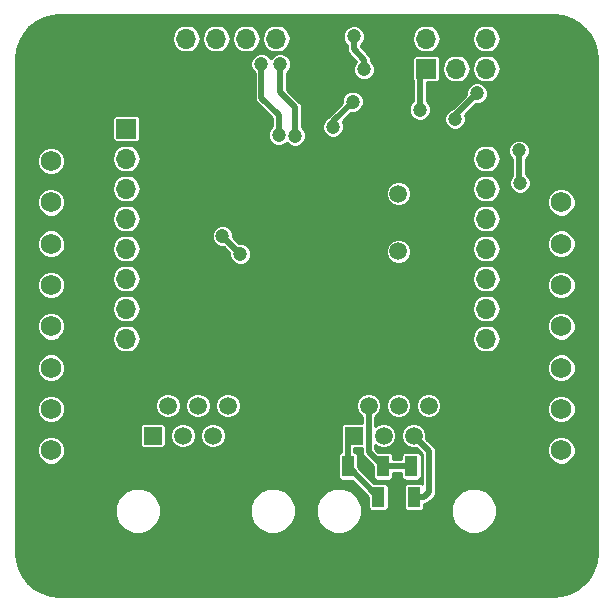
<source format=gbl>
G04 #@! TF.GenerationSoftware,KiCad,Pcbnew,(6.0.0-rc1-dev-254-g7fa5456d7-dirty)*
G04 #@! TF.CreationDate,2018-11-09T09:56:40+01:00*
G04 #@! TF.ProjectId,sejf,73656A662E6B696361645F7063620000,rev?*
G04 #@! TF.SameCoordinates,Original*
G04 #@! TF.FileFunction,Copper,L2,Bot,Signal*
G04 #@! TF.FilePolarity,Positive*
%FSLAX46Y46*%
G04 Gerber Fmt 4.6, Leading zero omitted, Abs format (unit mm)*
G04 Created by KiCad (PCBNEW (6.0.0-rc1-dev-254-g7fa5456d7-dirty)) date Fri Nov  9 09:56:40 2018*
%MOMM*%
%LPD*%
G01*
G04 APERTURE LIST*
G04 #@! TA.AperFunction,SMDPad,CuDef*
%ADD10R,1.050000X1.750000*%
G04 #@! TD*
G04 #@! TA.AperFunction,ComponentPad*
%ADD11O,1.700000X1.700000*%
G04 #@! TD*
G04 #@! TA.AperFunction,ComponentPad*
%ADD12R,1.700000X1.700000*%
G04 #@! TD*
G04 #@! TA.AperFunction,ComponentPad*
%ADD13C,1.750000*%
G04 #@! TD*
G04 #@! TA.AperFunction,ComponentPad*
%ADD14C,1.500000*%
G04 #@! TD*
G04 #@! TA.AperFunction,ComponentPad*
%ADD15R,1.500000X1.500000*%
G04 #@! TD*
G04 #@! TA.AperFunction,ComponentPad*
%ADD16C,0.800000*%
G04 #@! TD*
G04 #@! TA.AperFunction,ComponentPad*
%ADD17C,6.400000*%
G04 #@! TD*
G04 #@! TA.AperFunction,ViaPad*
%ADD18C,1.200000*%
G04 #@! TD*
G04 #@! TA.AperFunction,Conductor*
%ADD19C,0.500000*%
G04 #@! TD*
G04 #@! TA.AperFunction,Conductor*
%ADD20C,0.254000*%
G04 #@! TD*
G04 APERTURE END LIST*
D10*
G04 #@! TO.P,R8,1*
G04 #@! TO.N,/EIA485-B*
X123900000Y-106600000D03*
G04 #@! TO.P,R8,2*
G04 #@! TO.N,GND*
X126900000Y-106600000D03*
G04 #@! TD*
G04 #@! TO.P,R6,2*
G04 #@! TO.N,/EIA485-A*
X121100000Y-109200000D03*
G04 #@! TO.P,R6,1*
G04 #@! TO.N,/VCC_IN*
X124100000Y-109200000D03*
G04 #@! TD*
G04 #@! TO.P,R7,1*
G04 #@! TO.N,/EIA485-A*
X118500000Y-106600000D03*
G04 #@! TO.P,R7,2*
G04 #@! TO.N,/EIA485-B*
X121500000Y-106600000D03*
G04 #@! TD*
D11*
G04 #@! TO.P,J6,6*
G04 #@! TO.N,VCC*
X130240000Y-70380000D03*
G04 #@! TO.P,J6,5*
G04 #@! TO.N,/D11*
X130240000Y-72920000D03*
G04 #@! TO.P,J6,4*
G04 #@! TO.N,GND*
X127700000Y-70380000D03*
G04 #@! TO.P,J6,3*
G04 #@! TO.N,/RESET*
X127700000Y-72920000D03*
G04 #@! TO.P,J6,2*
G04 #@! TO.N,/D13*
X125160000Y-70380000D03*
D12*
G04 #@! TO.P,J6,1*
G04 #@! TO.N,/D12*
X125160000Y-72920000D03*
G04 #@! TD*
D13*
G04 #@! TO.P,J4,8*
G04 #@! TO.N,/D8*
X136600000Y-105250000D03*
G04 #@! TO.P,J4,7*
G04 #@! TO.N,/D9*
X136600000Y-101750000D03*
G04 #@! TO.P,J4,6*
G04 #@! TO.N,/D10*
X136600000Y-98250000D03*
G04 #@! TO.P,J4,5*
G04 #@! TO.N,/D11*
X136600000Y-94750000D03*
G04 #@! TO.P,J4,4*
G04 #@! TO.N,/D12*
X136600000Y-91250000D03*
G04 #@! TO.P,J4,3*
G04 #@! TO.N,/D13*
X136600000Y-87750000D03*
G04 #@! TO.P,J4,2*
G04 #@! TO.N,VCC*
X136600000Y-84250000D03*
G04 #@! TO.P,J4,1*
G04 #@! TO.N,GND*
X136600000Y-80750000D03*
G04 #@! TD*
G04 #@! TO.P,J5,1*
G04 #@! TO.N,/A5*
X93400000Y-105250000D03*
G04 #@! TO.P,J5,2*
G04 #@! TO.N,/A4*
X93400000Y-101750000D03*
G04 #@! TO.P,J5,3*
G04 #@! TO.N,/A3*
X93400000Y-98250000D03*
G04 #@! TO.P,J5,4*
G04 #@! TO.N,/A2*
X93400000Y-94750000D03*
G04 #@! TO.P,J5,5*
G04 #@! TO.N,/A1*
X93400000Y-91250000D03*
G04 #@! TO.P,J5,6*
G04 #@! TO.N,/A0*
X93400000Y-87750000D03*
G04 #@! TO.P,J5,7*
G04 #@! TO.N,/A7*
X93400000Y-84250000D03*
G04 #@! TO.P,J5,8*
G04 #@! TO.N,/A6*
X93400000Y-80750000D03*
G04 #@! TD*
D12*
G04 #@! TO.P,J2,1*
G04 #@! TO.N,GND*
X99760000Y-70380000D03*
D11*
G04 #@! TO.P,J2,2*
X102300000Y-70380000D03*
G04 #@! TO.P,J2,3*
G04 #@! TO.N,VCC*
X104840000Y-70380000D03*
G04 #@! TO.P,J2,4*
G04 #@! TO.N,/RXI*
X107380000Y-70380000D03*
G04 #@! TO.P,J2,5*
G04 #@! TO.N,/TXO*
X109920000Y-70380000D03*
G04 #@! TO.P,J2,6*
G04 #@! TO.N,/DTR*
X112460000Y-70380000D03*
G04 #@! TD*
D14*
G04 #@! TO.P,J1,8*
G04 #@! TO.N,GND*
X127890000Y-101460000D03*
G04 #@! TO.P,J1,7*
X126620000Y-104000000D03*
G04 #@! TO.P,J1,6*
G04 #@! TO.N,Net-(J1-Pad6)*
X125350000Y-101460000D03*
G04 #@! TO.P,J1,5*
G04 #@! TO.N,/VCC_IN*
X124080000Y-104000000D03*
G04 #@! TO.P,J1,4*
X122810000Y-101460000D03*
G04 #@! TO.P,J1,3*
G04 #@! TO.N,Net-(J1-Pad3)*
X121540000Y-104000000D03*
G04 #@! TO.P,J1,2*
G04 #@! TO.N,/EIA485-B*
X120270000Y-101460000D03*
D15*
G04 #@! TO.P,J1,1*
G04 #@! TO.N,/EIA485-A*
X119000000Y-104000000D03*
G04 #@! TD*
G04 #@! TO.P,J3,1*
G04 #@! TO.N,/EIA485-A*
X102005000Y-104000000D03*
D14*
G04 #@! TO.P,J3,2*
G04 #@! TO.N,/EIA485-B*
X103275000Y-101460000D03*
G04 #@! TO.P,J3,3*
G04 #@! TO.N,Net-(J1-Pad3)*
X104545000Y-104000000D03*
G04 #@! TO.P,J3,4*
G04 #@! TO.N,/VCC_IN*
X105815000Y-101460000D03*
G04 #@! TO.P,J3,5*
X107085000Y-104000000D03*
G04 #@! TO.P,J3,6*
G04 #@! TO.N,Net-(J1-Pad6)*
X108355000Y-101460000D03*
G04 #@! TO.P,J3,7*
G04 #@! TO.N,GND*
X109625000Y-104000000D03*
G04 #@! TO.P,J3,8*
X110895000Y-101460000D03*
G04 #@! TD*
D11*
G04 #@! TO.P,J7,8*
G04 #@! TO.N,/D8*
X130240000Y-95780000D03*
G04 #@! TO.P,J7,7*
G04 #@! TO.N,/D9*
X130240000Y-93240000D03*
G04 #@! TO.P,J7,6*
G04 #@! TO.N,/D10*
X130240000Y-90700000D03*
G04 #@! TO.P,J7,5*
G04 #@! TO.N,/D11*
X130240000Y-88160000D03*
G04 #@! TO.P,J7,4*
G04 #@! TO.N,/D12*
X130240000Y-85620000D03*
G04 #@! TO.P,J7,3*
G04 #@! TO.N,/D13*
X130240000Y-83080000D03*
G04 #@! TO.P,J7,2*
G04 #@! TO.N,VCC*
X130240000Y-80540000D03*
D12*
G04 #@! TO.P,J7,1*
G04 #@! TO.N,GND*
X130240000Y-78000000D03*
G04 #@! TD*
G04 #@! TO.P,J8,1*
G04 #@! TO.N,/A6*
X99760000Y-78000000D03*
D11*
G04 #@! TO.P,J8,2*
G04 #@! TO.N,/A7*
X99760000Y-80540000D03*
G04 #@! TO.P,J8,3*
G04 #@! TO.N,/A0*
X99760000Y-83080000D03*
G04 #@! TO.P,J8,4*
G04 #@! TO.N,/A1*
X99760000Y-85620000D03*
G04 #@! TO.P,J8,5*
G04 #@! TO.N,/A2*
X99760000Y-88160000D03*
G04 #@! TO.P,J8,6*
G04 #@! TO.N,/A3*
X99760000Y-90700000D03*
G04 #@! TO.P,J8,7*
G04 #@! TO.N,/A4*
X99760000Y-93240000D03*
G04 #@! TO.P,J8,8*
G04 #@! TO.N,/A5*
X99760000Y-95780000D03*
G04 #@! TD*
D16*
G04 #@! TO.P,MK3,1*
G04 #@! TO.N,GND*
X137697056Y-112302944D03*
X136000000Y-111600000D03*
X134302944Y-112302944D03*
X133600000Y-114000000D03*
X134302944Y-115697056D03*
X136000000Y-116400000D03*
X137697056Y-115697056D03*
X138400000Y-114000000D03*
D17*
X136000000Y-114000000D03*
G04 #@! TD*
G04 #@! TO.P,MK2,1*
G04 #@! TO.N,GND*
X136000000Y-72000000D03*
D16*
X138400000Y-72000000D03*
X137697056Y-73697056D03*
X136000000Y-74400000D03*
X134302944Y-73697056D03*
X133600000Y-72000000D03*
X134302944Y-70302944D03*
X136000000Y-69600000D03*
X137697056Y-70302944D03*
G04 #@! TD*
G04 #@! TO.P,MK1,1*
G04 #@! TO.N,GND*
X95697056Y-112302944D03*
X94000000Y-111600000D03*
X92302944Y-112302944D03*
X91600000Y-114000000D03*
X92302944Y-115697056D03*
X94000000Y-116400000D03*
X95697056Y-115697056D03*
X96400000Y-114000000D03*
D17*
X94000000Y-114000000D03*
G04 #@! TD*
G04 #@! TO.P,MK4,1*
G04 #@! TO.N,GND*
X94000000Y-72000000D03*
D16*
X96400000Y-72000000D03*
X95697056Y-73697056D03*
X94000000Y-74400000D03*
X92302944Y-73697056D03*
X91600000Y-72000000D03*
X92302944Y-70302944D03*
X94000000Y-69600000D03*
X95697056Y-70302944D03*
G04 #@! TD*
D14*
G04 #@! TO.P,Y1,1*
G04 #@! TO.N,Net-(C3-Pad2)*
X122800000Y-88400000D03*
G04 #@! TO.P,Y1,2*
G04 #@! TO.N,Net-(C4-Pad2)*
X122800000Y-83520000D03*
G04 #@! TD*
D18*
G04 #@! TO.N,GND*
X114350000Y-82850000D03*
X110600000Y-98399990D03*
X106500000Y-82200000D03*
X121000000Y-82000000D03*
X116200000Y-88200000D03*
X132600000Y-102600000D03*
X122800000Y-86000000D03*
X118200000Y-93400000D03*
X120600000Y-88200000D03*
X114115623Y-74312582D03*
X113300000Y-96300000D03*
X106699998Y-94950010D03*
X105652578Y-92798210D03*
G04 #@! TO.N,/RESET*
X117249988Y-77850003D03*
X118924936Y-75724936D03*
X119012066Y-70198920D03*
X119893664Y-72995278D03*
G04 #@! TO.N,/TXO*
X114049392Y-78601482D03*
X112794275Y-72549967D03*
G04 #@! TO.N,/RXI*
X112650001Y-78550001D03*
X111200000Y-72549959D03*
X107900000Y-87100000D03*
X109419471Y-88619471D03*
G04 #@! TO.N,/D13*
X132998320Y-79859827D03*
X133100000Y-82600000D03*
G04 #@! TO.N,/D11*
X127600000Y-77200000D03*
X129459998Y-75031090D03*
G04 #@! TO.N,/D12*
X124600000Y-76400000D03*
G04 #@! TD*
D19*
G04 #@! TO.N,GND*
X126900000Y-104280000D02*
X126620000Y-104000000D01*
X126900000Y-106600000D02*
X126900000Y-104280000D01*
G04 #@! TO.N,/RESET*
X117249988Y-77399884D02*
X118924936Y-75724936D01*
X117249988Y-77850003D02*
X117249988Y-77399884D01*
X119893664Y-72995278D02*
X119893664Y-72166928D01*
X119012066Y-71285330D02*
X119012066Y-70198920D01*
X119893664Y-72166928D02*
X119012066Y-71285330D01*
G04 #@! TO.N,/TXO*
X114049392Y-78601482D02*
X114049392Y-76203394D01*
X112794275Y-74948277D02*
X112794275Y-72549967D01*
X114049392Y-76203394D02*
X112794275Y-74948277D01*
G04 #@! TO.N,/RXI*
X111200000Y-75400000D02*
X111200000Y-72549959D01*
X112650001Y-76850001D02*
X111200000Y-75400000D01*
X112650001Y-78550001D02*
X112650001Y-76850001D01*
X107900000Y-87100000D02*
X109419471Y-88619471D01*
G04 #@! TO.N,/D13*
X132998320Y-82498320D02*
X133100000Y-82600000D01*
X132998320Y-79859827D02*
X132998320Y-82498320D01*
G04 #@! TO.N,/D11*
X127600000Y-77200000D02*
X127600000Y-76891088D01*
X127600000Y-76891088D02*
X129459998Y-75031090D01*
G04 #@! TO.N,/D12*
X124600000Y-73480000D02*
X125160000Y-72920000D01*
X124600000Y-76400000D02*
X124600000Y-73480000D01*
G04 #@! TO.N,/VCC_IN*
X125000000Y-109200000D02*
X124100000Y-109200000D01*
X125400000Y-108800000D02*
X125000000Y-109200000D01*
X124080000Y-104000000D02*
X125400000Y-105320000D01*
X125400000Y-105320000D02*
X125400000Y-108800000D01*
G04 #@! TO.N,/EIA485-A*
X121100000Y-109200000D02*
X118500000Y-106600000D01*
X118500000Y-104500000D02*
X119000000Y-104000000D01*
X118500000Y-106600000D02*
X118500000Y-104500000D01*
G04 #@! TO.N,/EIA485-B*
X123900000Y-106600000D02*
X121500000Y-106600000D01*
X120270000Y-105370000D02*
X120270000Y-101460000D01*
X121500000Y-106600000D02*
X120270000Y-105370000D01*
G04 #@! TD*
D20*
G04 #@! TO.N,GND*
G36*
X136718007Y-68502130D02*
X137406688Y-68717949D01*
X138037904Y-69067837D01*
X138585875Y-69537504D01*
X139028212Y-70107763D01*
X139346848Y-70755316D01*
X139530096Y-71458811D01*
X139573000Y-72016410D01*
X139573001Y-113978360D01*
X139497870Y-114718011D01*
X139282049Y-115406693D01*
X138932160Y-116037908D01*
X138462495Y-116585875D01*
X137892237Y-117028212D01*
X137244683Y-117346849D01*
X136541189Y-117530096D01*
X135983590Y-117573000D01*
X94021630Y-117573000D01*
X93281989Y-117497870D01*
X92593307Y-117282049D01*
X91962092Y-116932160D01*
X91414125Y-116462495D01*
X90971788Y-115892237D01*
X90653151Y-115244683D01*
X90469904Y-114541189D01*
X90427000Y-113983590D01*
X90427000Y-109961723D01*
X98783000Y-109961723D01*
X98783000Y-110738277D01*
X99080174Y-111455719D01*
X99629281Y-112004826D01*
X100346723Y-112302000D01*
X101123277Y-112302000D01*
X101840719Y-112004826D01*
X102389826Y-111455719D01*
X102687000Y-110738277D01*
X102687000Y-109961723D01*
X110213000Y-109961723D01*
X110213000Y-110738277D01*
X110510174Y-111455719D01*
X111059281Y-112004826D01*
X111776723Y-112302000D01*
X112553277Y-112302000D01*
X113270719Y-112004826D01*
X113819826Y-111455719D01*
X114117000Y-110738277D01*
X114117000Y-109961723D01*
X115778000Y-109961723D01*
X115778000Y-110738277D01*
X116075174Y-111455719D01*
X116624281Y-112004826D01*
X117341723Y-112302000D01*
X118118277Y-112302000D01*
X118835719Y-112004826D01*
X119384826Y-111455719D01*
X119682000Y-110738277D01*
X119682000Y-109961723D01*
X119384826Y-109244281D01*
X118835719Y-108695174D01*
X118118277Y-108398000D01*
X117341723Y-108398000D01*
X116624281Y-108695174D01*
X116075174Y-109244281D01*
X115778000Y-109961723D01*
X114117000Y-109961723D01*
X113819826Y-109244281D01*
X113270719Y-108695174D01*
X112553277Y-108398000D01*
X111776723Y-108398000D01*
X111059281Y-108695174D01*
X110510174Y-109244281D01*
X110213000Y-109961723D01*
X102687000Y-109961723D01*
X102389826Y-109244281D01*
X101840719Y-108695174D01*
X101123277Y-108398000D01*
X100346723Y-108398000D01*
X99629281Y-108695174D01*
X99080174Y-109244281D01*
X98783000Y-109961723D01*
X90427000Y-109961723D01*
X90427000Y-105010907D01*
X92198000Y-105010907D01*
X92198000Y-105489093D01*
X92380993Y-105930879D01*
X92719121Y-106269007D01*
X93160907Y-106452000D01*
X93639093Y-106452000D01*
X94080879Y-106269007D01*
X94419007Y-105930879D01*
X94504284Y-105725000D01*
X117641594Y-105725000D01*
X117641594Y-107475000D01*
X117666973Y-107602589D01*
X117739246Y-107710754D01*
X117847411Y-107783027D01*
X117975000Y-107808406D01*
X118892406Y-107808406D01*
X120241594Y-109157595D01*
X120241594Y-110075000D01*
X120266973Y-110202589D01*
X120339246Y-110310754D01*
X120447411Y-110383027D01*
X120575000Y-110408406D01*
X121625000Y-110408406D01*
X121752589Y-110383027D01*
X121860754Y-110310754D01*
X121933027Y-110202589D01*
X121958406Y-110075000D01*
X121958406Y-108325000D01*
X121933027Y-108197411D01*
X121860754Y-108089246D01*
X121752589Y-108016973D01*
X121625000Y-107991594D01*
X120707595Y-107991594D01*
X119358406Y-106642406D01*
X119358406Y-105725000D01*
X119333027Y-105597411D01*
X119260754Y-105489246D01*
X119152589Y-105416973D01*
X119077000Y-105401937D01*
X119077000Y-105083406D01*
X119693000Y-105083406D01*
X119693000Y-105313172D01*
X119681696Y-105370000D01*
X119693000Y-105426828D01*
X119726478Y-105595133D01*
X119854006Y-105785994D01*
X119902188Y-105818188D01*
X120641594Y-106557595D01*
X120641594Y-107475000D01*
X120666973Y-107602589D01*
X120739246Y-107710754D01*
X120847411Y-107783027D01*
X120975000Y-107808406D01*
X122025000Y-107808406D01*
X122152589Y-107783027D01*
X122260754Y-107710754D01*
X122333027Y-107602589D01*
X122358406Y-107475000D01*
X122358406Y-107177000D01*
X123041594Y-107177000D01*
X123041594Y-107475000D01*
X123066973Y-107602589D01*
X123139246Y-107710754D01*
X123247411Y-107783027D01*
X123375000Y-107808406D01*
X124425000Y-107808406D01*
X124552589Y-107783027D01*
X124660754Y-107710754D01*
X124733027Y-107602589D01*
X124758406Y-107475000D01*
X124758406Y-105725000D01*
X124733027Y-105597411D01*
X124660754Y-105489246D01*
X124552589Y-105416973D01*
X124425000Y-105391594D01*
X123375000Y-105391594D01*
X123247411Y-105416973D01*
X123139246Y-105489246D01*
X123066973Y-105597411D01*
X123041594Y-105725000D01*
X123041594Y-106023000D01*
X122358406Y-106023000D01*
X122358406Y-105725000D01*
X122333027Y-105597411D01*
X122260754Y-105489246D01*
X122152589Y-105416973D01*
X122025000Y-105391594D01*
X121107595Y-105391594D01*
X120847000Y-105131000D01*
X120847000Y-104830109D01*
X120929928Y-104913037D01*
X121325771Y-105077000D01*
X121754229Y-105077000D01*
X122150072Y-104913037D01*
X122453037Y-104610072D01*
X122617000Y-104214229D01*
X122617000Y-103785771D01*
X123003000Y-103785771D01*
X123003000Y-104214229D01*
X123166963Y-104610072D01*
X123469928Y-104913037D01*
X123865771Y-105077000D01*
X124294229Y-105077000D01*
X124327301Y-105063301D01*
X124823000Y-105559001D01*
X124823001Y-108064020D01*
X124752589Y-108016973D01*
X124625000Y-107991594D01*
X123575000Y-107991594D01*
X123447411Y-108016973D01*
X123339246Y-108089246D01*
X123266973Y-108197411D01*
X123241594Y-108325000D01*
X123241594Y-110075000D01*
X123266973Y-110202589D01*
X123339246Y-110310754D01*
X123447411Y-110383027D01*
X123575000Y-110408406D01*
X124625000Y-110408406D01*
X124752589Y-110383027D01*
X124860754Y-110310754D01*
X124933027Y-110202589D01*
X124958406Y-110075000D01*
X124958406Y-109961723D01*
X127208000Y-109961723D01*
X127208000Y-110738277D01*
X127505174Y-111455719D01*
X128054281Y-112004826D01*
X128771723Y-112302000D01*
X129548277Y-112302000D01*
X130265719Y-112004826D01*
X130814826Y-111455719D01*
X131112000Y-110738277D01*
X131112000Y-109961723D01*
X130814826Y-109244281D01*
X130265719Y-108695174D01*
X129548277Y-108398000D01*
X128771723Y-108398000D01*
X128054281Y-108695174D01*
X127505174Y-109244281D01*
X127208000Y-109961723D01*
X124958406Y-109961723D01*
X124958406Y-109780030D01*
X125000000Y-109788304D01*
X125056828Y-109777000D01*
X125056829Y-109777000D01*
X125225134Y-109743522D01*
X125415994Y-109615994D01*
X125448188Y-109567812D01*
X125767814Y-109248186D01*
X125815994Y-109215994D01*
X125943522Y-109025134D01*
X125977000Y-108856829D01*
X125988304Y-108800001D01*
X125977000Y-108743173D01*
X125977000Y-105376828D01*
X125988304Y-105320000D01*
X125977000Y-105263171D01*
X125943522Y-105094866D01*
X125887423Y-105010907D01*
X135398000Y-105010907D01*
X135398000Y-105489093D01*
X135580993Y-105930879D01*
X135919121Y-106269007D01*
X136360907Y-106452000D01*
X136839093Y-106452000D01*
X137280879Y-106269007D01*
X137619007Y-105930879D01*
X137802000Y-105489093D01*
X137802000Y-105010907D01*
X137619007Y-104569121D01*
X137280879Y-104230993D01*
X136839093Y-104048000D01*
X136360907Y-104048000D01*
X135919121Y-104230993D01*
X135580993Y-104569121D01*
X135398000Y-105010907D01*
X125887423Y-105010907D01*
X125815994Y-104904006D01*
X125767815Y-104871814D01*
X125143301Y-104247301D01*
X125157000Y-104214229D01*
X125157000Y-103785771D01*
X124993037Y-103389928D01*
X124690072Y-103086963D01*
X124294229Y-102923000D01*
X123865771Y-102923000D01*
X123469928Y-103086963D01*
X123166963Y-103389928D01*
X123003000Y-103785771D01*
X122617000Y-103785771D01*
X122453037Y-103389928D01*
X122150072Y-103086963D01*
X121754229Y-102923000D01*
X121325771Y-102923000D01*
X120929928Y-103086963D01*
X120847000Y-103169891D01*
X120847000Y-102386736D01*
X120880072Y-102373037D01*
X121183037Y-102070072D01*
X121347000Y-101674229D01*
X121347000Y-101245771D01*
X121733000Y-101245771D01*
X121733000Y-101674229D01*
X121896963Y-102070072D01*
X122199928Y-102373037D01*
X122595771Y-102537000D01*
X123024229Y-102537000D01*
X123420072Y-102373037D01*
X123723037Y-102070072D01*
X123887000Y-101674229D01*
X123887000Y-101245771D01*
X124273000Y-101245771D01*
X124273000Y-101674229D01*
X124436963Y-102070072D01*
X124739928Y-102373037D01*
X125135771Y-102537000D01*
X125564229Y-102537000D01*
X125960072Y-102373037D01*
X126263037Y-102070072D01*
X126427000Y-101674229D01*
X126427000Y-101510907D01*
X135398000Y-101510907D01*
X135398000Y-101989093D01*
X135580993Y-102430879D01*
X135919121Y-102769007D01*
X136360907Y-102952000D01*
X136839093Y-102952000D01*
X137280879Y-102769007D01*
X137619007Y-102430879D01*
X137802000Y-101989093D01*
X137802000Y-101510907D01*
X137619007Y-101069121D01*
X137280879Y-100730993D01*
X136839093Y-100548000D01*
X136360907Y-100548000D01*
X135919121Y-100730993D01*
X135580993Y-101069121D01*
X135398000Y-101510907D01*
X126427000Y-101510907D01*
X126427000Y-101245771D01*
X126263037Y-100849928D01*
X125960072Y-100546963D01*
X125564229Y-100383000D01*
X125135771Y-100383000D01*
X124739928Y-100546963D01*
X124436963Y-100849928D01*
X124273000Y-101245771D01*
X123887000Y-101245771D01*
X123723037Y-100849928D01*
X123420072Y-100546963D01*
X123024229Y-100383000D01*
X122595771Y-100383000D01*
X122199928Y-100546963D01*
X121896963Y-100849928D01*
X121733000Y-101245771D01*
X121347000Y-101245771D01*
X121183037Y-100849928D01*
X120880072Y-100546963D01*
X120484229Y-100383000D01*
X120055771Y-100383000D01*
X119659928Y-100546963D01*
X119356963Y-100849928D01*
X119193000Y-101245771D01*
X119193000Y-101674229D01*
X119356963Y-102070072D01*
X119659928Y-102373037D01*
X119693001Y-102386736D01*
X119693001Y-102916594D01*
X118250000Y-102916594D01*
X118122411Y-102941973D01*
X118014246Y-103014246D01*
X117941973Y-103122411D01*
X117916594Y-103250000D01*
X117916594Y-104475377D01*
X117911696Y-104500000D01*
X117916594Y-104524623D01*
X117916594Y-104750000D01*
X117923001Y-104782209D01*
X117923001Y-105401937D01*
X117847411Y-105416973D01*
X117739246Y-105489246D01*
X117666973Y-105597411D01*
X117641594Y-105725000D01*
X94504284Y-105725000D01*
X94602000Y-105489093D01*
X94602000Y-105010907D01*
X94419007Y-104569121D01*
X94080879Y-104230993D01*
X93639093Y-104048000D01*
X93160907Y-104048000D01*
X92719121Y-104230993D01*
X92380993Y-104569121D01*
X92198000Y-105010907D01*
X90427000Y-105010907D01*
X90427000Y-103250000D01*
X100921594Y-103250000D01*
X100921594Y-104750000D01*
X100946973Y-104877589D01*
X101019246Y-104985754D01*
X101127411Y-105058027D01*
X101255000Y-105083406D01*
X102755000Y-105083406D01*
X102882589Y-105058027D01*
X102990754Y-104985754D01*
X103063027Y-104877589D01*
X103088406Y-104750000D01*
X103088406Y-103785771D01*
X103468000Y-103785771D01*
X103468000Y-104214229D01*
X103631963Y-104610072D01*
X103934928Y-104913037D01*
X104330771Y-105077000D01*
X104759229Y-105077000D01*
X105155072Y-104913037D01*
X105458037Y-104610072D01*
X105622000Y-104214229D01*
X105622000Y-103785771D01*
X106008000Y-103785771D01*
X106008000Y-104214229D01*
X106171963Y-104610072D01*
X106474928Y-104913037D01*
X106870771Y-105077000D01*
X107299229Y-105077000D01*
X107695072Y-104913037D01*
X107998037Y-104610072D01*
X108162000Y-104214229D01*
X108162000Y-103785771D01*
X107998037Y-103389928D01*
X107695072Y-103086963D01*
X107299229Y-102923000D01*
X106870771Y-102923000D01*
X106474928Y-103086963D01*
X106171963Y-103389928D01*
X106008000Y-103785771D01*
X105622000Y-103785771D01*
X105458037Y-103389928D01*
X105155072Y-103086963D01*
X104759229Y-102923000D01*
X104330771Y-102923000D01*
X103934928Y-103086963D01*
X103631963Y-103389928D01*
X103468000Y-103785771D01*
X103088406Y-103785771D01*
X103088406Y-103250000D01*
X103063027Y-103122411D01*
X102990754Y-103014246D01*
X102882589Y-102941973D01*
X102755000Y-102916594D01*
X101255000Y-102916594D01*
X101127411Y-102941973D01*
X101019246Y-103014246D01*
X100946973Y-103122411D01*
X100921594Y-103250000D01*
X90427000Y-103250000D01*
X90427000Y-101510907D01*
X92198000Y-101510907D01*
X92198000Y-101989093D01*
X92380993Y-102430879D01*
X92719121Y-102769007D01*
X93160907Y-102952000D01*
X93639093Y-102952000D01*
X94080879Y-102769007D01*
X94419007Y-102430879D01*
X94602000Y-101989093D01*
X94602000Y-101510907D01*
X94492178Y-101245771D01*
X102198000Y-101245771D01*
X102198000Y-101674229D01*
X102361963Y-102070072D01*
X102664928Y-102373037D01*
X103060771Y-102537000D01*
X103489229Y-102537000D01*
X103885072Y-102373037D01*
X104188037Y-102070072D01*
X104352000Y-101674229D01*
X104352000Y-101245771D01*
X104738000Y-101245771D01*
X104738000Y-101674229D01*
X104901963Y-102070072D01*
X105204928Y-102373037D01*
X105600771Y-102537000D01*
X106029229Y-102537000D01*
X106425072Y-102373037D01*
X106728037Y-102070072D01*
X106892000Y-101674229D01*
X106892000Y-101245771D01*
X107278000Y-101245771D01*
X107278000Y-101674229D01*
X107441963Y-102070072D01*
X107744928Y-102373037D01*
X108140771Y-102537000D01*
X108569229Y-102537000D01*
X108965072Y-102373037D01*
X109268037Y-102070072D01*
X109432000Y-101674229D01*
X109432000Y-101245771D01*
X109268037Y-100849928D01*
X108965072Y-100546963D01*
X108569229Y-100383000D01*
X108140771Y-100383000D01*
X107744928Y-100546963D01*
X107441963Y-100849928D01*
X107278000Y-101245771D01*
X106892000Y-101245771D01*
X106728037Y-100849928D01*
X106425072Y-100546963D01*
X106029229Y-100383000D01*
X105600771Y-100383000D01*
X105204928Y-100546963D01*
X104901963Y-100849928D01*
X104738000Y-101245771D01*
X104352000Y-101245771D01*
X104188037Y-100849928D01*
X103885072Y-100546963D01*
X103489229Y-100383000D01*
X103060771Y-100383000D01*
X102664928Y-100546963D01*
X102361963Y-100849928D01*
X102198000Y-101245771D01*
X94492178Y-101245771D01*
X94419007Y-101069121D01*
X94080879Y-100730993D01*
X93639093Y-100548000D01*
X93160907Y-100548000D01*
X92719121Y-100730993D01*
X92380993Y-101069121D01*
X92198000Y-101510907D01*
X90427000Y-101510907D01*
X90427000Y-98010907D01*
X92198000Y-98010907D01*
X92198000Y-98489093D01*
X92380993Y-98930879D01*
X92719121Y-99269007D01*
X93160907Y-99452000D01*
X93639093Y-99452000D01*
X94080879Y-99269007D01*
X94419007Y-98930879D01*
X94602000Y-98489093D01*
X94602000Y-98010907D01*
X135398000Y-98010907D01*
X135398000Y-98489093D01*
X135580993Y-98930879D01*
X135919121Y-99269007D01*
X136360907Y-99452000D01*
X136839093Y-99452000D01*
X137280879Y-99269007D01*
X137619007Y-98930879D01*
X137802000Y-98489093D01*
X137802000Y-98010907D01*
X137619007Y-97569121D01*
X137280879Y-97230993D01*
X136839093Y-97048000D01*
X136360907Y-97048000D01*
X135919121Y-97230993D01*
X135580993Y-97569121D01*
X135398000Y-98010907D01*
X94602000Y-98010907D01*
X94419007Y-97569121D01*
X94080879Y-97230993D01*
X93639093Y-97048000D01*
X93160907Y-97048000D01*
X92719121Y-97230993D01*
X92380993Y-97569121D01*
X92198000Y-98010907D01*
X90427000Y-98010907D01*
X90427000Y-94510907D01*
X92198000Y-94510907D01*
X92198000Y-94989093D01*
X92380993Y-95430879D01*
X92719121Y-95769007D01*
X93160907Y-95952000D01*
X93639093Y-95952000D01*
X94054339Y-95780000D01*
X98559942Y-95780000D01*
X98651291Y-96239242D01*
X98911431Y-96628569D01*
X99300758Y-96888709D01*
X99644080Y-96957000D01*
X99875920Y-96957000D01*
X100219242Y-96888709D01*
X100608569Y-96628569D01*
X100868709Y-96239242D01*
X100960058Y-95780000D01*
X129039942Y-95780000D01*
X129131291Y-96239242D01*
X129391431Y-96628569D01*
X129780758Y-96888709D01*
X130124080Y-96957000D01*
X130355920Y-96957000D01*
X130699242Y-96888709D01*
X131088569Y-96628569D01*
X131348709Y-96239242D01*
X131440058Y-95780000D01*
X131348709Y-95320758D01*
X131088569Y-94931431D01*
X130699242Y-94671291D01*
X130355920Y-94603000D01*
X130124080Y-94603000D01*
X129780758Y-94671291D01*
X129391431Y-94931431D01*
X129131291Y-95320758D01*
X129039942Y-95780000D01*
X100960058Y-95780000D01*
X100868709Y-95320758D01*
X100608569Y-94931431D01*
X100219242Y-94671291D01*
X99875920Y-94603000D01*
X99644080Y-94603000D01*
X99300758Y-94671291D01*
X98911431Y-94931431D01*
X98651291Y-95320758D01*
X98559942Y-95780000D01*
X94054339Y-95780000D01*
X94080879Y-95769007D01*
X94419007Y-95430879D01*
X94602000Y-94989093D01*
X94602000Y-94510907D01*
X135398000Y-94510907D01*
X135398000Y-94989093D01*
X135580993Y-95430879D01*
X135919121Y-95769007D01*
X136360907Y-95952000D01*
X136839093Y-95952000D01*
X137280879Y-95769007D01*
X137619007Y-95430879D01*
X137802000Y-94989093D01*
X137802000Y-94510907D01*
X137619007Y-94069121D01*
X137280879Y-93730993D01*
X136839093Y-93548000D01*
X136360907Y-93548000D01*
X135919121Y-93730993D01*
X135580993Y-94069121D01*
X135398000Y-94510907D01*
X94602000Y-94510907D01*
X94419007Y-94069121D01*
X94080879Y-93730993D01*
X93639093Y-93548000D01*
X93160907Y-93548000D01*
X92719121Y-93730993D01*
X92380993Y-94069121D01*
X92198000Y-94510907D01*
X90427000Y-94510907D01*
X90427000Y-93240000D01*
X98559942Y-93240000D01*
X98651291Y-93699242D01*
X98911431Y-94088569D01*
X99300758Y-94348709D01*
X99644080Y-94417000D01*
X99875920Y-94417000D01*
X100219242Y-94348709D01*
X100608569Y-94088569D01*
X100868709Y-93699242D01*
X100960058Y-93240000D01*
X129039942Y-93240000D01*
X129131291Y-93699242D01*
X129391431Y-94088569D01*
X129780758Y-94348709D01*
X130124080Y-94417000D01*
X130355920Y-94417000D01*
X130699242Y-94348709D01*
X131088569Y-94088569D01*
X131348709Y-93699242D01*
X131440058Y-93240000D01*
X131348709Y-92780758D01*
X131088569Y-92391431D01*
X130699242Y-92131291D01*
X130355920Y-92063000D01*
X130124080Y-92063000D01*
X129780758Y-92131291D01*
X129391431Y-92391431D01*
X129131291Y-92780758D01*
X129039942Y-93240000D01*
X100960058Y-93240000D01*
X100868709Y-92780758D01*
X100608569Y-92391431D01*
X100219242Y-92131291D01*
X99875920Y-92063000D01*
X99644080Y-92063000D01*
X99300758Y-92131291D01*
X98911431Y-92391431D01*
X98651291Y-92780758D01*
X98559942Y-93240000D01*
X90427000Y-93240000D01*
X90427000Y-91010907D01*
X92198000Y-91010907D01*
X92198000Y-91489093D01*
X92380993Y-91930879D01*
X92719121Y-92269007D01*
X93160907Y-92452000D01*
X93639093Y-92452000D01*
X94080879Y-92269007D01*
X94419007Y-91930879D01*
X94602000Y-91489093D01*
X94602000Y-91010907D01*
X94473219Y-90700000D01*
X98559942Y-90700000D01*
X98651291Y-91159242D01*
X98911431Y-91548569D01*
X99300758Y-91808709D01*
X99644080Y-91877000D01*
X99875920Y-91877000D01*
X100219242Y-91808709D01*
X100608569Y-91548569D01*
X100868709Y-91159242D01*
X100960058Y-90700000D01*
X129039942Y-90700000D01*
X129131291Y-91159242D01*
X129391431Y-91548569D01*
X129780758Y-91808709D01*
X130124080Y-91877000D01*
X130355920Y-91877000D01*
X130699242Y-91808709D01*
X131088569Y-91548569D01*
X131348709Y-91159242D01*
X131378214Y-91010907D01*
X135398000Y-91010907D01*
X135398000Y-91489093D01*
X135580993Y-91930879D01*
X135919121Y-92269007D01*
X136360907Y-92452000D01*
X136839093Y-92452000D01*
X137280879Y-92269007D01*
X137619007Y-91930879D01*
X137802000Y-91489093D01*
X137802000Y-91010907D01*
X137619007Y-90569121D01*
X137280879Y-90230993D01*
X136839093Y-90048000D01*
X136360907Y-90048000D01*
X135919121Y-90230993D01*
X135580993Y-90569121D01*
X135398000Y-91010907D01*
X131378214Y-91010907D01*
X131440058Y-90700000D01*
X131348709Y-90240758D01*
X131088569Y-89851431D01*
X130699242Y-89591291D01*
X130355920Y-89523000D01*
X130124080Y-89523000D01*
X129780758Y-89591291D01*
X129391431Y-89851431D01*
X129131291Y-90240758D01*
X129039942Y-90700000D01*
X100960058Y-90700000D01*
X100868709Y-90240758D01*
X100608569Y-89851431D01*
X100219242Y-89591291D01*
X99875920Y-89523000D01*
X99644080Y-89523000D01*
X99300758Y-89591291D01*
X98911431Y-89851431D01*
X98651291Y-90240758D01*
X98559942Y-90700000D01*
X94473219Y-90700000D01*
X94419007Y-90569121D01*
X94080879Y-90230993D01*
X93639093Y-90048000D01*
X93160907Y-90048000D01*
X92719121Y-90230993D01*
X92380993Y-90569121D01*
X92198000Y-91010907D01*
X90427000Y-91010907D01*
X90427000Y-87510907D01*
X92198000Y-87510907D01*
X92198000Y-87989093D01*
X92380993Y-88430879D01*
X92719121Y-88769007D01*
X93160907Y-88952000D01*
X93639093Y-88952000D01*
X94080879Y-88769007D01*
X94419007Y-88430879D01*
X94531208Y-88160000D01*
X98559942Y-88160000D01*
X98651291Y-88619242D01*
X98911431Y-89008569D01*
X99300758Y-89268709D01*
X99644080Y-89337000D01*
X99875920Y-89337000D01*
X100219242Y-89268709D01*
X100608569Y-89008569D01*
X100868709Y-88619242D01*
X100960058Y-88160000D01*
X100868709Y-87700758D01*
X100608569Y-87311431D01*
X100219242Y-87051291D01*
X99875920Y-86983000D01*
X99644080Y-86983000D01*
X99300758Y-87051291D01*
X98911431Y-87311431D01*
X98651291Y-87700758D01*
X98559942Y-88160000D01*
X94531208Y-88160000D01*
X94602000Y-87989093D01*
X94602000Y-87510907D01*
X94419007Y-87069121D01*
X94265494Y-86915608D01*
X106973000Y-86915608D01*
X106973000Y-87284392D01*
X107114127Y-87625103D01*
X107374897Y-87885873D01*
X107715608Y-88027000D01*
X108011000Y-88027000D01*
X108492471Y-88508472D01*
X108492471Y-88803863D01*
X108633598Y-89144574D01*
X108894368Y-89405344D01*
X109235079Y-89546471D01*
X109603863Y-89546471D01*
X109944574Y-89405344D01*
X110205344Y-89144574D01*
X110346471Y-88803863D01*
X110346471Y-88435079D01*
X110243205Y-88185771D01*
X121723000Y-88185771D01*
X121723000Y-88614229D01*
X121886963Y-89010072D01*
X122189928Y-89313037D01*
X122585771Y-89477000D01*
X123014229Y-89477000D01*
X123410072Y-89313037D01*
X123713037Y-89010072D01*
X123877000Y-88614229D01*
X123877000Y-88185771D01*
X123866326Y-88160000D01*
X129039942Y-88160000D01*
X129131291Y-88619242D01*
X129391431Y-89008569D01*
X129780758Y-89268709D01*
X130124080Y-89337000D01*
X130355920Y-89337000D01*
X130699242Y-89268709D01*
X131088569Y-89008569D01*
X131348709Y-88619242D01*
X131440058Y-88160000D01*
X131348709Y-87700758D01*
X131221855Y-87510907D01*
X135398000Y-87510907D01*
X135398000Y-87989093D01*
X135580993Y-88430879D01*
X135919121Y-88769007D01*
X136360907Y-88952000D01*
X136839093Y-88952000D01*
X137280879Y-88769007D01*
X137619007Y-88430879D01*
X137802000Y-87989093D01*
X137802000Y-87510907D01*
X137619007Y-87069121D01*
X137280879Y-86730993D01*
X136839093Y-86548000D01*
X136360907Y-86548000D01*
X135919121Y-86730993D01*
X135580993Y-87069121D01*
X135398000Y-87510907D01*
X131221855Y-87510907D01*
X131088569Y-87311431D01*
X130699242Y-87051291D01*
X130355920Y-86983000D01*
X130124080Y-86983000D01*
X129780758Y-87051291D01*
X129391431Y-87311431D01*
X129131291Y-87700758D01*
X129039942Y-88160000D01*
X123866326Y-88160000D01*
X123713037Y-87789928D01*
X123410072Y-87486963D01*
X123014229Y-87323000D01*
X122585771Y-87323000D01*
X122189928Y-87486963D01*
X121886963Y-87789928D01*
X121723000Y-88185771D01*
X110243205Y-88185771D01*
X110205344Y-88094368D01*
X109944574Y-87833598D01*
X109603863Y-87692471D01*
X109308472Y-87692471D01*
X108827000Y-87211000D01*
X108827000Y-86915608D01*
X108685873Y-86574897D01*
X108425103Y-86314127D01*
X108084392Y-86173000D01*
X107715608Y-86173000D01*
X107374897Y-86314127D01*
X107114127Y-86574897D01*
X106973000Y-86915608D01*
X94265494Y-86915608D01*
X94080879Y-86730993D01*
X93639093Y-86548000D01*
X93160907Y-86548000D01*
X92719121Y-86730993D01*
X92380993Y-87069121D01*
X92198000Y-87510907D01*
X90427000Y-87510907D01*
X90427000Y-85620000D01*
X98559942Y-85620000D01*
X98651291Y-86079242D01*
X98911431Y-86468569D01*
X99300758Y-86728709D01*
X99644080Y-86797000D01*
X99875920Y-86797000D01*
X100219242Y-86728709D01*
X100608569Y-86468569D01*
X100868709Y-86079242D01*
X100960058Y-85620000D01*
X129039942Y-85620000D01*
X129131291Y-86079242D01*
X129391431Y-86468569D01*
X129780758Y-86728709D01*
X130124080Y-86797000D01*
X130355920Y-86797000D01*
X130699242Y-86728709D01*
X131088569Y-86468569D01*
X131348709Y-86079242D01*
X131440058Y-85620000D01*
X131348709Y-85160758D01*
X131088569Y-84771431D01*
X130699242Y-84511291D01*
X130355920Y-84443000D01*
X130124080Y-84443000D01*
X129780758Y-84511291D01*
X129391431Y-84771431D01*
X129131291Y-85160758D01*
X129039942Y-85620000D01*
X100960058Y-85620000D01*
X100868709Y-85160758D01*
X100608569Y-84771431D01*
X100219242Y-84511291D01*
X99875920Y-84443000D01*
X99644080Y-84443000D01*
X99300758Y-84511291D01*
X98911431Y-84771431D01*
X98651291Y-85160758D01*
X98559942Y-85620000D01*
X90427000Y-85620000D01*
X90427000Y-84010907D01*
X92198000Y-84010907D01*
X92198000Y-84489093D01*
X92380993Y-84930879D01*
X92719121Y-85269007D01*
X93160907Y-85452000D01*
X93639093Y-85452000D01*
X94080879Y-85269007D01*
X94419007Y-84930879D01*
X94602000Y-84489093D01*
X94602000Y-84010907D01*
X94419007Y-83569121D01*
X94080879Y-83230993D01*
X93716349Y-83080000D01*
X98559942Y-83080000D01*
X98651291Y-83539242D01*
X98911431Y-83928569D01*
X99300758Y-84188709D01*
X99644080Y-84257000D01*
X99875920Y-84257000D01*
X100219242Y-84188709D01*
X100608569Y-83928569D01*
X100868709Y-83539242D01*
X100915149Y-83305771D01*
X121723000Y-83305771D01*
X121723000Y-83734229D01*
X121886963Y-84130072D01*
X122189928Y-84433037D01*
X122585771Y-84597000D01*
X123014229Y-84597000D01*
X123410072Y-84433037D01*
X123713037Y-84130072D01*
X123877000Y-83734229D01*
X123877000Y-83305771D01*
X123783483Y-83080000D01*
X129039942Y-83080000D01*
X129131291Y-83539242D01*
X129391431Y-83928569D01*
X129780758Y-84188709D01*
X130124080Y-84257000D01*
X130355920Y-84257000D01*
X130699242Y-84188709D01*
X130965341Y-84010907D01*
X135398000Y-84010907D01*
X135398000Y-84489093D01*
X135580993Y-84930879D01*
X135919121Y-85269007D01*
X136360907Y-85452000D01*
X136839093Y-85452000D01*
X137280879Y-85269007D01*
X137619007Y-84930879D01*
X137802000Y-84489093D01*
X137802000Y-84010907D01*
X137619007Y-83569121D01*
X137280879Y-83230993D01*
X136839093Y-83048000D01*
X136360907Y-83048000D01*
X135919121Y-83230993D01*
X135580993Y-83569121D01*
X135398000Y-84010907D01*
X130965341Y-84010907D01*
X131088569Y-83928569D01*
X131348709Y-83539242D01*
X131440058Y-83080000D01*
X131348709Y-82620758D01*
X131088569Y-82231431D01*
X130699242Y-81971291D01*
X130355920Y-81903000D01*
X130124080Y-81903000D01*
X129780758Y-81971291D01*
X129391431Y-82231431D01*
X129131291Y-82620758D01*
X129039942Y-83080000D01*
X123783483Y-83080000D01*
X123713037Y-82909928D01*
X123410072Y-82606963D01*
X123014229Y-82443000D01*
X122585771Y-82443000D01*
X122189928Y-82606963D01*
X121886963Y-82909928D01*
X121723000Y-83305771D01*
X100915149Y-83305771D01*
X100960058Y-83080000D01*
X100868709Y-82620758D01*
X100608569Y-82231431D01*
X100219242Y-81971291D01*
X99875920Y-81903000D01*
X99644080Y-81903000D01*
X99300758Y-81971291D01*
X98911431Y-82231431D01*
X98651291Y-82620758D01*
X98559942Y-83080000D01*
X93716349Y-83080000D01*
X93639093Y-83048000D01*
X93160907Y-83048000D01*
X92719121Y-83230993D01*
X92380993Y-83569121D01*
X92198000Y-84010907D01*
X90427000Y-84010907D01*
X90427000Y-80510907D01*
X92198000Y-80510907D01*
X92198000Y-80989093D01*
X92380993Y-81430879D01*
X92719121Y-81769007D01*
X93160907Y-81952000D01*
X93639093Y-81952000D01*
X94080879Y-81769007D01*
X94419007Y-81430879D01*
X94602000Y-80989093D01*
X94602000Y-80540000D01*
X98559942Y-80540000D01*
X98651291Y-80999242D01*
X98911431Y-81388569D01*
X99300758Y-81648709D01*
X99644080Y-81717000D01*
X99875920Y-81717000D01*
X100219242Y-81648709D01*
X100608569Y-81388569D01*
X100868709Y-80999242D01*
X100960058Y-80540000D01*
X129039942Y-80540000D01*
X129131291Y-80999242D01*
X129391431Y-81388569D01*
X129780758Y-81648709D01*
X130124080Y-81717000D01*
X130355920Y-81717000D01*
X130699242Y-81648709D01*
X131088569Y-81388569D01*
X131348709Y-80999242D01*
X131440058Y-80540000D01*
X131348709Y-80080758D01*
X131088569Y-79691431D01*
X131064630Y-79675435D01*
X132071320Y-79675435D01*
X132071320Y-80044219D01*
X132212447Y-80384930D01*
X132421320Y-80593803D01*
X132421321Y-81967703D01*
X132314127Y-82074897D01*
X132173000Y-82415608D01*
X132173000Y-82784392D01*
X132314127Y-83125103D01*
X132574897Y-83385873D01*
X132915608Y-83527000D01*
X133284392Y-83527000D01*
X133625103Y-83385873D01*
X133885873Y-83125103D01*
X134027000Y-82784392D01*
X134027000Y-82415608D01*
X133885873Y-82074897D01*
X133625103Y-81814127D01*
X133575320Y-81793506D01*
X133575320Y-80593803D01*
X133784193Y-80384930D01*
X133925320Y-80044219D01*
X133925320Y-79675435D01*
X133784193Y-79334724D01*
X133523423Y-79073954D01*
X133182712Y-78932827D01*
X132813928Y-78932827D01*
X132473217Y-79073954D01*
X132212447Y-79334724D01*
X132071320Y-79675435D01*
X131064630Y-79675435D01*
X130699242Y-79431291D01*
X130355920Y-79363000D01*
X130124080Y-79363000D01*
X129780758Y-79431291D01*
X129391431Y-79691431D01*
X129131291Y-80080758D01*
X129039942Y-80540000D01*
X100960058Y-80540000D01*
X100868709Y-80080758D01*
X100608569Y-79691431D01*
X100219242Y-79431291D01*
X99875920Y-79363000D01*
X99644080Y-79363000D01*
X99300758Y-79431291D01*
X98911431Y-79691431D01*
X98651291Y-80080758D01*
X98559942Y-80540000D01*
X94602000Y-80540000D01*
X94602000Y-80510907D01*
X94419007Y-80069121D01*
X94080879Y-79730993D01*
X93639093Y-79548000D01*
X93160907Y-79548000D01*
X92719121Y-79730993D01*
X92380993Y-80069121D01*
X92198000Y-80510907D01*
X90427000Y-80510907D01*
X90427000Y-77150000D01*
X98576594Y-77150000D01*
X98576594Y-78850000D01*
X98601973Y-78977589D01*
X98674246Y-79085754D01*
X98782411Y-79158027D01*
X98910000Y-79183406D01*
X100610000Y-79183406D01*
X100737589Y-79158027D01*
X100845754Y-79085754D01*
X100918027Y-78977589D01*
X100943406Y-78850000D01*
X100943406Y-77150000D01*
X100918027Y-77022411D01*
X100845754Y-76914246D01*
X100737589Y-76841973D01*
X100610000Y-76816594D01*
X98910000Y-76816594D01*
X98782411Y-76841973D01*
X98674246Y-76914246D01*
X98601973Y-77022411D01*
X98576594Y-77150000D01*
X90427000Y-77150000D01*
X90427000Y-72365567D01*
X110273000Y-72365567D01*
X110273000Y-72734351D01*
X110414127Y-73075062D01*
X110623001Y-73283936D01*
X110623000Y-75343172D01*
X110611696Y-75400000D01*
X110623000Y-75456828D01*
X110656478Y-75625133D01*
X110784006Y-75815994D01*
X110832188Y-75848188D01*
X112073002Y-77089003D01*
X112073001Y-77816025D01*
X111864128Y-78024898D01*
X111723001Y-78365609D01*
X111723001Y-78734393D01*
X111864128Y-79075104D01*
X112124898Y-79335874D01*
X112465609Y-79477001D01*
X112834393Y-79477001D01*
X113175104Y-79335874D01*
X113323956Y-79187022D01*
X113524289Y-79387355D01*
X113865000Y-79528482D01*
X114233784Y-79528482D01*
X114574495Y-79387355D01*
X114835265Y-79126585D01*
X114976392Y-78785874D01*
X114976392Y-78417090D01*
X114835265Y-78076379D01*
X114626392Y-77867506D01*
X114626392Y-77665611D01*
X116322988Y-77665611D01*
X116322988Y-78034395D01*
X116464115Y-78375106D01*
X116724885Y-78635876D01*
X117065596Y-78777003D01*
X117434380Y-78777003D01*
X117775091Y-78635876D01*
X118035861Y-78375106D01*
X118176988Y-78034395D01*
X118176988Y-77665611D01*
X118066647Y-77399225D01*
X118813937Y-76651936D01*
X119109328Y-76651936D01*
X119450039Y-76510809D01*
X119710809Y-76250039D01*
X119725070Y-76215608D01*
X123673000Y-76215608D01*
X123673000Y-76584392D01*
X123814127Y-76925103D01*
X124074897Y-77185873D01*
X124415608Y-77327000D01*
X124784392Y-77327000D01*
X125125103Y-77185873D01*
X125295368Y-77015608D01*
X126673000Y-77015608D01*
X126673000Y-77384392D01*
X126814127Y-77725103D01*
X127074897Y-77985873D01*
X127415608Y-78127000D01*
X127784392Y-78127000D01*
X128125103Y-77985873D01*
X128385873Y-77725103D01*
X128527000Y-77384392D01*
X128527000Y-77015608D01*
X128458018Y-76849070D01*
X129348999Y-75958090D01*
X129644390Y-75958090D01*
X129985101Y-75816963D01*
X130245871Y-75556193D01*
X130386998Y-75215482D01*
X130386998Y-74846698D01*
X130245871Y-74505987D01*
X129985101Y-74245217D01*
X129644390Y-74104090D01*
X129275606Y-74104090D01*
X128934895Y-74245217D01*
X128674125Y-74505987D01*
X128532998Y-74846698D01*
X128532998Y-75142089D01*
X127392528Y-76282560D01*
X127074897Y-76414127D01*
X126814127Y-76674897D01*
X126673000Y-77015608D01*
X125295368Y-77015608D01*
X125385873Y-76925103D01*
X125527000Y-76584392D01*
X125527000Y-76215608D01*
X125385873Y-75874897D01*
X125177000Y-75666024D01*
X125177000Y-74103406D01*
X126010000Y-74103406D01*
X126137589Y-74078027D01*
X126245754Y-74005754D01*
X126318027Y-73897589D01*
X126343406Y-73770000D01*
X126343406Y-72920000D01*
X126499942Y-72920000D01*
X126591291Y-73379242D01*
X126851431Y-73768569D01*
X127240758Y-74028709D01*
X127584080Y-74097000D01*
X127815920Y-74097000D01*
X128159242Y-74028709D01*
X128548569Y-73768569D01*
X128808709Y-73379242D01*
X128900058Y-72920000D01*
X129039942Y-72920000D01*
X129131291Y-73379242D01*
X129391431Y-73768569D01*
X129780758Y-74028709D01*
X130124080Y-74097000D01*
X130355920Y-74097000D01*
X130699242Y-74028709D01*
X131088569Y-73768569D01*
X131348709Y-73379242D01*
X131440058Y-72920000D01*
X131348709Y-72460758D01*
X131088569Y-72071431D01*
X130699242Y-71811291D01*
X130355920Y-71743000D01*
X130124080Y-71743000D01*
X129780758Y-71811291D01*
X129391431Y-72071431D01*
X129131291Y-72460758D01*
X129039942Y-72920000D01*
X128900058Y-72920000D01*
X128808709Y-72460758D01*
X128548569Y-72071431D01*
X128159242Y-71811291D01*
X127815920Y-71743000D01*
X127584080Y-71743000D01*
X127240758Y-71811291D01*
X126851431Y-72071431D01*
X126591291Y-72460758D01*
X126499942Y-72920000D01*
X126343406Y-72920000D01*
X126343406Y-72070000D01*
X126318027Y-71942411D01*
X126245754Y-71834246D01*
X126137589Y-71761973D01*
X126010000Y-71736594D01*
X124310000Y-71736594D01*
X124182411Y-71761973D01*
X124074246Y-71834246D01*
X124001973Y-71942411D01*
X123976594Y-72070000D01*
X123976594Y-73770000D01*
X124001973Y-73897589D01*
X124023001Y-73929060D01*
X124023000Y-75666024D01*
X123814127Y-75874897D01*
X123673000Y-76215608D01*
X119725070Y-76215608D01*
X119851936Y-75909328D01*
X119851936Y-75540544D01*
X119710809Y-75199833D01*
X119450039Y-74939063D01*
X119109328Y-74797936D01*
X118740544Y-74797936D01*
X118399833Y-74939063D01*
X118139063Y-75199833D01*
X117997936Y-75540544D01*
X117997936Y-75835935D01*
X116882174Y-76951698D01*
X116833995Y-76983890D01*
X116801617Y-77032346D01*
X116724885Y-77064130D01*
X116464115Y-77324900D01*
X116322988Y-77665611D01*
X114626392Y-77665611D01*
X114626392Y-76260221D01*
X114637696Y-76203393D01*
X114615688Y-76092753D01*
X114592914Y-75978260D01*
X114465386Y-75787400D01*
X114417207Y-75755208D01*
X113371275Y-74709277D01*
X113371275Y-73283943D01*
X113580148Y-73075070D01*
X113721275Y-72734359D01*
X113721275Y-72365575D01*
X113580148Y-72024864D01*
X113319378Y-71764094D01*
X112978667Y-71622967D01*
X112609883Y-71622967D01*
X112269172Y-71764094D01*
X112008402Y-72024864D01*
X111997139Y-72052055D01*
X111985873Y-72024856D01*
X111725103Y-71764086D01*
X111384392Y-71622959D01*
X111015608Y-71622959D01*
X110674897Y-71764086D01*
X110414127Y-72024856D01*
X110273000Y-72365567D01*
X90427000Y-72365567D01*
X90427000Y-72021630D01*
X90502130Y-71281993D01*
X90717949Y-70593312D01*
X90836189Y-70380000D01*
X103639942Y-70380000D01*
X103731291Y-70839242D01*
X103991431Y-71228569D01*
X104380758Y-71488709D01*
X104724080Y-71557000D01*
X104955920Y-71557000D01*
X105299242Y-71488709D01*
X105688569Y-71228569D01*
X105948709Y-70839242D01*
X106040058Y-70380000D01*
X106179942Y-70380000D01*
X106271291Y-70839242D01*
X106531431Y-71228569D01*
X106920758Y-71488709D01*
X107264080Y-71557000D01*
X107495920Y-71557000D01*
X107839242Y-71488709D01*
X108228569Y-71228569D01*
X108488709Y-70839242D01*
X108580058Y-70380000D01*
X108719942Y-70380000D01*
X108811291Y-70839242D01*
X109071431Y-71228569D01*
X109460758Y-71488709D01*
X109804080Y-71557000D01*
X110035920Y-71557000D01*
X110379242Y-71488709D01*
X110768569Y-71228569D01*
X111028709Y-70839242D01*
X111120058Y-70380000D01*
X111259942Y-70380000D01*
X111351291Y-70839242D01*
X111611431Y-71228569D01*
X112000758Y-71488709D01*
X112344080Y-71557000D01*
X112575920Y-71557000D01*
X112919242Y-71488709D01*
X113308569Y-71228569D01*
X113568709Y-70839242D01*
X113660058Y-70380000D01*
X113587362Y-70014528D01*
X118085066Y-70014528D01*
X118085066Y-70383312D01*
X118226193Y-70724023D01*
X118435066Y-70932896D01*
X118435066Y-71228502D01*
X118423762Y-71285330D01*
X118435066Y-71342158D01*
X118468544Y-71510463D01*
X118596072Y-71701324D01*
X118644254Y-71733518D01*
X119244351Y-72333615D01*
X119107791Y-72470175D01*
X118966664Y-72810886D01*
X118966664Y-73179670D01*
X119107791Y-73520381D01*
X119368561Y-73781151D01*
X119709272Y-73922278D01*
X120078056Y-73922278D01*
X120418767Y-73781151D01*
X120679537Y-73520381D01*
X120820664Y-73179670D01*
X120820664Y-72810886D01*
X120679537Y-72470175D01*
X120470664Y-72261302D01*
X120470664Y-72223756D01*
X120481968Y-72166928D01*
X120462972Y-72071431D01*
X120437186Y-71941794D01*
X120309658Y-71750934D01*
X120261479Y-71718742D01*
X119589066Y-71046330D01*
X119589066Y-70932896D01*
X119797939Y-70724023D01*
X119939066Y-70383312D01*
X119939066Y-70380000D01*
X123959942Y-70380000D01*
X124051291Y-70839242D01*
X124311431Y-71228569D01*
X124700758Y-71488709D01*
X125044080Y-71557000D01*
X125275920Y-71557000D01*
X125619242Y-71488709D01*
X126008569Y-71228569D01*
X126268709Y-70839242D01*
X126360058Y-70380000D01*
X129039942Y-70380000D01*
X129131291Y-70839242D01*
X129391431Y-71228569D01*
X129780758Y-71488709D01*
X130124080Y-71557000D01*
X130355920Y-71557000D01*
X130699242Y-71488709D01*
X131088569Y-71228569D01*
X131348709Y-70839242D01*
X131440058Y-70380000D01*
X131348709Y-69920758D01*
X131088569Y-69531431D01*
X130699242Y-69271291D01*
X130355920Y-69203000D01*
X130124080Y-69203000D01*
X129780758Y-69271291D01*
X129391431Y-69531431D01*
X129131291Y-69920758D01*
X129039942Y-70380000D01*
X126360058Y-70380000D01*
X126268709Y-69920758D01*
X126008569Y-69531431D01*
X125619242Y-69271291D01*
X125275920Y-69203000D01*
X125044080Y-69203000D01*
X124700758Y-69271291D01*
X124311431Y-69531431D01*
X124051291Y-69920758D01*
X123959942Y-70380000D01*
X119939066Y-70380000D01*
X119939066Y-70014528D01*
X119797939Y-69673817D01*
X119537169Y-69413047D01*
X119196458Y-69271920D01*
X118827674Y-69271920D01*
X118486963Y-69413047D01*
X118226193Y-69673817D01*
X118085066Y-70014528D01*
X113587362Y-70014528D01*
X113568709Y-69920758D01*
X113308569Y-69531431D01*
X112919242Y-69271291D01*
X112575920Y-69203000D01*
X112344080Y-69203000D01*
X112000758Y-69271291D01*
X111611431Y-69531431D01*
X111351291Y-69920758D01*
X111259942Y-70380000D01*
X111120058Y-70380000D01*
X111028709Y-69920758D01*
X110768569Y-69531431D01*
X110379242Y-69271291D01*
X110035920Y-69203000D01*
X109804080Y-69203000D01*
X109460758Y-69271291D01*
X109071431Y-69531431D01*
X108811291Y-69920758D01*
X108719942Y-70380000D01*
X108580058Y-70380000D01*
X108488709Y-69920758D01*
X108228569Y-69531431D01*
X107839242Y-69271291D01*
X107495920Y-69203000D01*
X107264080Y-69203000D01*
X106920758Y-69271291D01*
X106531431Y-69531431D01*
X106271291Y-69920758D01*
X106179942Y-70380000D01*
X106040058Y-70380000D01*
X105948709Y-69920758D01*
X105688569Y-69531431D01*
X105299242Y-69271291D01*
X104955920Y-69203000D01*
X104724080Y-69203000D01*
X104380758Y-69271291D01*
X103991431Y-69531431D01*
X103731291Y-69920758D01*
X103639942Y-70380000D01*
X90836189Y-70380000D01*
X91067837Y-69962096D01*
X91537504Y-69414125D01*
X92107763Y-68971788D01*
X92755316Y-68653152D01*
X93458811Y-68469904D01*
X94016410Y-68427000D01*
X135978370Y-68427000D01*
X136718007Y-68502130D01*
X136718007Y-68502130D01*
G37*
X136718007Y-68502130D02*
X137406688Y-68717949D01*
X138037904Y-69067837D01*
X138585875Y-69537504D01*
X139028212Y-70107763D01*
X139346848Y-70755316D01*
X139530096Y-71458811D01*
X139573000Y-72016410D01*
X139573001Y-113978360D01*
X139497870Y-114718011D01*
X139282049Y-115406693D01*
X138932160Y-116037908D01*
X138462495Y-116585875D01*
X137892237Y-117028212D01*
X137244683Y-117346849D01*
X136541189Y-117530096D01*
X135983590Y-117573000D01*
X94021630Y-117573000D01*
X93281989Y-117497870D01*
X92593307Y-117282049D01*
X91962092Y-116932160D01*
X91414125Y-116462495D01*
X90971788Y-115892237D01*
X90653151Y-115244683D01*
X90469904Y-114541189D01*
X90427000Y-113983590D01*
X90427000Y-109961723D01*
X98783000Y-109961723D01*
X98783000Y-110738277D01*
X99080174Y-111455719D01*
X99629281Y-112004826D01*
X100346723Y-112302000D01*
X101123277Y-112302000D01*
X101840719Y-112004826D01*
X102389826Y-111455719D01*
X102687000Y-110738277D01*
X102687000Y-109961723D01*
X110213000Y-109961723D01*
X110213000Y-110738277D01*
X110510174Y-111455719D01*
X111059281Y-112004826D01*
X111776723Y-112302000D01*
X112553277Y-112302000D01*
X113270719Y-112004826D01*
X113819826Y-111455719D01*
X114117000Y-110738277D01*
X114117000Y-109961723D01*
X115778000Y-109961723D01*
X115778000Y-110738277D01*
X116075174Y-111455719D01*
X116624281Y-112004826D01*
X117341723Y-112302000D01*
X118118277Y-112302000D01*
X118835719Y-112004826D01*
X119384826Y-111455719D01*
X119682000Y-110738277D01*
X119682000Y-109961723D01*
X119384826Y-109244281D01*
X118835719Y-108695174D01*
X118118277Y-108398000D01*
X117341723Y-108398000D01*
X116624281Y-108695174D01*
X116075174Y-109244281D01*
X115778000Y-109961723D01*
X114117000Y-109961723D01*
X113819826Y-109244281D01*
X113270719Y-108695174D01*
X112553277Y-108398000D01*
X111776723Y-108398000D01*
X111059281Y-108695174D01*
X110510174Y-109244281D01*
X110213000Y-109961723D01*
X102687000Y-109961723D01*
X102389826Y-109244281D01*
X101840719Y-108695174D01*
X101123277Y-108398000D01*
X100346723Y-108398000D01*
X99629281Y-108695174D01*
X99080174Y-109244281D01*
X98783000Y-109961723D01*
X90427000Y-109961723D01*
X90427000Y-105010907D01*
X92198000Y-105010907D01*
X92198000Y-105489093D01*
X92380993Y-105930879D01*
X92719121Y-106269007D01*
X93160907Y-106452000D01*
X93639093Y-106452000D01*
X94080879Y-106269007D01*
X94419007Y-105930879D01*
X94504284Y-105725000D01*
X117641594Y-105725000D01*
X117641594Y-107475000D01*
X117666973Y-107602589D01*
X117739246Y-107710754D01*
X117847411Y-107783027D01*
X117975000Y-107808406D01*
X118892406Y-107808406D01*
X120241594Y-109157595D01*
X120241594Y-110075000D01*
X120266973Y-110202589D01*
X120339246Y-110310754D01*
X120447411Y-110383027D01*
X120575000Y-110408406D01*
X121625000Y-110408406D01*
X121752589Y-110383027D01*
X121860754Y-110310754D01*
X121933027Y-110202589D01*
X121958406Y-110075000D01*
X121958406Y-108325000D01*
X121933027Y-108197411D01*
X121860754Y-108089246D01*
X121752589Y-108016973D01*
X121625000Y-107991594D01*
X120707595Y-107991594D01*
X119358406Y-106642406D01*
X119358406Y-105725000D01*
X119333027Y-105597411D01*
X119260754Y-105489246D01*
X119152589Y-105416973D01*
X119077000Y-105401937D01*
X119077000Y-105083406D01*
X119693000Y-105083406D01*
X119693000Y-105313172D01*
X119681696Y-105370000D01*
X119693000Y-105426828D01*
X119726478Y-105595133D01*
X119854006Y-105785994D01*
X119902188Y-105818188D01*
X120641594Y-106557595D01*
X120641594Y-107475000D01*
X120666973Y-107602589D01*
X120739246Y-107710754D01*
X120847411Y-107783027D01*
X120975000Y-107808406D01*
X122025000Y-107808406D01*
X122152589Y-107783027D01*
X122260754Y-107710754D01*
X122333027Y-107602589D01*
X122358406Y-107475000D01*
X122358406Y-107177000D01*
X123041594Y-107177000D01*
X123041594Y-107475000D01*
X123066973Y-107602589D01*
X123139246Y-107710754D01*
X123247411Y-107783027D01*
X123375000Y-107808406D01*
X124425000Y-107808406D01*
X124552589Y-107783027D01*
X124660754Y-107710754D01*
X124733027Y-107602589D01*
X124758406Y-107475000D01*
X124758406Y-105725000D01*
X124733027Y-105597411D01*
X124660754Y-105489246D01*
X124552589Y-105416973D01*
X124425000Y-105391594D01*
X123375000Y-105391594D01*
X123247411Y-105416973D01*
X123139246Y-105489246D01*
X123066973Y-105597411D01*
X123041594Y-105725000D01*
X123041594Y-106023000D01*
X122358406Y-106023000D01*
X122358406Y-105725000D01*
X122333027Y-105597411D01*
X122260754Y-105489246D01*
X122152589Y-105416973D01*
X122025000Y-105391594D01*
X121107595Y-105391594D01*
X120847000Y-105131000D01*
X120847000Y-104830109D01*
X120929928Y-104913037D01*
X121325771Y-105077000D01*
X121754229Y-105077000D01*
X122150072Y-104913037D01*
X122453037Y-104610072D01*
X122617000Y-104214229D01*
X122617000Y-103785771D01*
X123003000Y-103785771D01*
X123003000Y-104214229D01*
X123166963Y-104610072D01*
X123469928Y-104913037D01*
X123865771Y-105077000D01*
X124294229Y-105077000D01*
X124327301Y-105063301D01*
X124823000Y-105559001D01*
X124823001Y-108064020D01*
X124752589Y-108016973D01*
X124625000Y-107991594D01*
X123575000Y-107991594D01*
X123447411Y-108016973D01*
X123339246Y-108089246D01*
X123266973Y-108197411D01*
X123241594Y-108325000D01*
X123241594Y-110075000D01*
X123266973Y-110202589D01*
X123339246Y-110310754D01*
X123447411Y-110383027D01*
X123575000Y-110408406D01*
X124625000Y-110408406D01*
X124752589Y-110383027D01*
X124860754Y-110310754D01*
X124933027Y-110202589D01*
X124958406Y-110075000D01*
X124958406Y-109961723D01*
X127208000Y-109961723D01*
X127208000Y-110738277D01*
X127505174Y-111455719D01*
X128054281Y-112004826D01*
X128771723Y-112302000D01*
X129548277Y-112302000D01*
X130265719Y-112004826D01*
X130814826Y-111455719D01*
X131112000Y-110738277D01*
X131112000Y-109961723D01*
X130814826Y-109244281D01*
X130265719Y-108695174D01*
X129548277Y-108398000D01*
X128771723Y-108398000D01*
X128054281Y-108695174D01*
X127505174Y-109244281D01*
X127208000Y-109961723D01*
X124958406Y-109961723D01*
X124958406Y-109780030D01*
X125000000Y-109788304D01*
X125056828Y-109777000D01*
X125056829Y-109777000D01*
X125225134Y-109743522D01*
X125415994Y-109615994D01*
X125448188Y-109567812D01*
X125767814Y-109248186D01*
X125815994Y-109215994D01*
X125943522Y-109025134D01*
X125977000Y-108856829D01*
X125988304Y-108800001D01*
X125977000Y-108743173D01*
X125977000Y-105376828D01*
X125988304Y-105320000D01*
X125977000Y-105263171D01*
X125943522Y-105094866D01*
X125887423Y-105010907D01*
X135398000Y-105010907D01*
X135398000Y-105489093D01*
X135580993Y-105930879D01*
X135919121Y-106269007D01*
X136360907Y-106452000D01*
X136839093Y-106452000D01*
X137280879Y-106269007D01*
X137619007Y-105930879D01*
X137802000Y-105489093D01*
X137802000Y-105010907D01*
X137619007Y-104569121D01*
X137280879Y-104230993D01*
X136839093Y-104048000D01*
X136360907Y-104048000D01*
X135919121Y-104230993D01*
X135580993Y-104569121D01*
X135398000Y-105010907D01*
X125887423Y-105010907D01*
X125815994Y-104904006D01*
X125767815Y-104871814D01*
X125143301Y-104247301D01*
X125157000Y-104214229D01*
X125157000Y-103785771D01*
X124993037Y-103389928D01*
X124690072Y-103086963D01*
X124294229Y-102923000D01*
X123865771Y-102923000D01*
X123469928Y-103086963D01*
X123166963Y-103389928D01*
X123003000Y-103785771D01*
X122617000Y-103785771D01*
X122453037Y-103389928D01*
X122150072Y-103086963D01*
X121754229Y-102923000D01*
X121325771Y-102923000D01*
X120929928Y-103086963D01*
X120847000Y-103169891D01*
X120847000Y-102386736D01*
X120880072Y-102373037D01*
X121183037Y-102070072D01*
X121347000Y-101674229D01*
X121347000Y-101245771D01*
X121733000Y-101245771D01*
X121733000Y-101674229D01*
X121896963Y-102070072D01*
X122199928Y-102373037D01*
X122595771Y-102537000D01*
X123024229Y-102537000D01*
X123420072Y-102373037D01*
X123723037Y-102070072D01*
X123887000Y-101674229D01*
X123887000Y-101245771D01*
X124273000Y-101245771D01*
X124273000Y-101674229D01*
X124436963Y-102070072D01*
X124739928Y-102373037D01*
X125135771Y-102537000D01*
X125564229Y-102537000D01*
X125960072Y-102373037D01*
X126263037Y-102070072D01*
X126427000Y-101674229D01*
X126427000Y-101510907D01*
X135398000Y-101510907D01*
X135398000Y-101989093D01*
X135580993Y-102430879D01*
X135919121Y-102769007D01*
X136360907Y-102952000D01*
X136839093Y-102952000D01*
X137280879Y-102769007D01*
X137619007Y-102430879D01*
X137802000Y-101989093D01*
X137802000Y-101510907D01*
X137619007Y-101069121D01*
X137280879Y-100730993D01*
X136839093Y-100548000D01*
X136360907Y-100548000D01*
X135919121Y-100730993D01*
X135580993Y-101069121D01*
X135398000Y-101510907D01*
X126427000Y-101510907D01*
X126427000Y-101245771D01*
X126263037Y-100849928D01*
X125960072Y-100546963D01*
X125564229Y-100383000D01*
X125135771Y-100383000D01*
X124739928Y-100546963D01*
X124436963Y-100849928D01*
X124273000Y-101245771D01*
X123887000Y-101245771D01*
X123723037Y-100849928D01*
X123420072Y-100546963D01*
X123024229Y-100383000D01*
X122595771Y-100383000D01*
X122199928Y-100546963D01*
X121896963Y-100849928D01*
X121733000Y-101245771D01*
X121347000Y-101245771D01*
X121183037Y-100849928D01*
X120880072Y-100546963D01*
X120484229Y-100383000D01*
X120055771Y-100383000D01*
X119659928Y-100546963D01*
X119356963Y-100849928D01*
X119193000Y-101245771D01*
X119193000Y-101674229D01*
X119356963Y-102070072D01*
X119659928Y-102373037D01*
X119693001Y-102386736D01*
X119693001Y-102916594D01*
X118250000Y-102916594D01*
X118122411Y-102941973D01*
X118014246Y-103014246D01*
X117941973Y-103122411D01*
X117916594Y-103250000D01*
X117916594Y-104475377D01*
X117911696Y-104500000D01*
X117916594Y-104524623D01*
X117916594Y-104750000D01*
X117923001Y-104782209D01*
X117923001Y-105401937D01*
X117847411Y-105416973D01*
X117739246Y-105489246D01*
X117666973Y-105597411D01*
X117641594Y-105725000D01*
X94504284Y-105725000D01*
X94602000Y-105489093D01*
X94602000Y-105010907D01*
X94419007Y-104569121D01*
X94080879Y-104230993D01*
X93639093Y-104048000D01*
X93160907Y-104048000D01*
X92719121Y-104230993D01*
X92380993Y-104569121D01*
X92198000Y-105010907D01*
X90427000Y-105010907D01*
X90427000Y-103250000D01*
X100921594Y-103250000D01*
X100921594Y-104750000D01*
X100946973Y-104877589D01*
X101019246Y-104985754D01*
X101127411Y-105058027D01*
X101255000Y-105083406D01*
X102755000Y-105083406D01*
X102882589Y-105058027D01*
X102990754Y-104985754D01*
X103063027Y-104877589D01*
X103088406Y-104750000D01*
X103088406Y-103785771D01*
X103468000Y-103785771D01*
X103468000Y-104214229D01*
X103631963Y-104610072D01*
X103934928Y-104913037D01*
X104330771Y-105077000D01*
X104759229Y-105077000D01*
X105155072Y-104913037D01*
X105458037Y-104610072D01*
X105622000Y-104214229D01*
X105622000Y-103785771D01*
X106008000Y-103785771D01*
X106008000Y-104214229D01*
X106171963Y-104610072D01*
X106474928Y-104913037D01*
X106870771Y-105077000D01*
X107299229Y-105077000D01*
X107695072Y-104913037D01*
X107998037Y-104610072D01*
X108162000Y-104214229D01*
X108162000Y-103785771D01*
X107998037Y-103389928D01*
X107695072Y-103086963D01*
X107299229Y-102923000D01*
X106870771Y-102923000D01*
X106474928Y-103086963D01*
X106171963Y-103389928D01*
X106008000Y-103785771D01*
X105622000Y-103785771D01*
X105458037Y-103389928D01*
X105155072Y-103086963D01*
X104759229Y-102923000D01*
X104330771Y-102923000D01*
X103934928Y-103086963D01*
X103631963Y-103389928D01*
X103468000Y-103785771D01*
X103088406Y-103785771D01*
X103088406Y-103250000D01*
X103063027Y-103122411D01*
X102990754Y-103014246D01*
X102882589Y-102941973D01*
X102755000Y-102916594D01*
X101255000Y-102916594D01*
X101127411Y-102941973D01*
X101019246Y-103014246D01*
X100946973Y-103122411D01*
X100921594Y-103250000D01*
X90427000Y-103250000D01*
X90427000Y-101510907D01*
X92198000Y-101510907D01*
X92198000Y-101989093D01*
X92380993Y-102430879D01*
X92719121Y-102769007D01*
X93160907Y-102952000D01*
X93639093Y-102952000D01*
X94080879Y-102769007D01*
X94419007Y-102430879D01*
X94602000Y-101989093D01*
X94602000Y-101510907D01*
X94492178Y-101245771D01*
X102198000Y-101245771D01*
X102198000Y-101674229D01*
X102361963Y-102070072D01*
X102664928Y-102373037D01*
X103060771Y-102537000D01*
X103489229Y-102537000D01*
X103885072Y-102373037D01*
X104188037Y-102070072D01*
X104352000Y-101674229D01*
X104352000Y-101245771D01*
X104738000Y-101245771D01*
X104738000Y-101674229D01*
X104901963Y-102070072D01*
X105204928Y-102373037D01*
X105600771Y-102537000D01*
X106029229Y-102537000D01*
X106425072Y-102373037D01*
X106728037Y-102070072D01*
X106892000Y-101674229D01*
X106892000Y-101245771D01*
X107278000Y-101245771D01*
X107278000Y-101674229D01*
X107441963Y-102070072D01*
X107744928Y-102373037D01*
X108140771Y-102537000D01*
X108569229Y-102537000D01*
X108965072Y-102373037D01*
X109268037Y-102070072D01*
X109432000Y-101674229D01*
X109432000Y-101245771D01*
X109268037Y-100849928D01*
X108965072Y-100546963D01*
X108569229Y-100383000D01*
X108140771Y-100383000D01*
X107744928Y-100546963D01*
X107441963Y-100849928D01*
X107278000Y-101245771D01*
X106892000Y-101245771D01*
X106728037Y-100849928D01*
X106425072Y-100546963D01*
X106029229Y-100383000D01*
X105600771Y-100383000D01*
X105204928Y-100546963D01*
X104901963Y-100849928D01*
X104738000Y-101245771D01*
X104352000Y-101245771D01*
X104188037Y-100849928D01*
X103885072Y-100546963D01*
X103489229Y-100383000D01*
X103060771Y-100383000D01*
X102664928Y-100546963D01*
X102361963Y-100849928D01*
X102198000Y-101245771D01*
X94492178Y-101245771D01*
X94419007Y-101069121D01*
X94080879Y-100730993D01*
X93639093Y-100548000D01*
X93160907Y-100548000D01*
X92719121Y-100730993D01*
X92380993Y-101069121D01*
X92198000Y-101510907D01*
X90427000Y-101510907D01*
X90427000Y-98010907D01*
X92198000Y-98010907D01*
X92198000Y-98489093D01*
X92380993Y-98930879D01*
X92719121Y-99269007D01*
X93160907Y-99452000D01*
X93639093Y-99452000D01*
X94080879Y-99269007D01*
X94419007Y-98930879D01*
X94602000Y-98489093D01*
X94602000Y-98010907D01*
X135398000Y-98010907D01*
X135398000Y-98489093D01*
X135580993Y-98930879D01*
X135919121Y-99269007D01*
X136360907Y-99452000D01*
X136839093Y-99452000D01*
X137280879Y-99269007D01*
X137619007Y-98930879D01*
X137802000Y-98489093D01*
X137802000Y-98010907D01*
X137619007Y-97569121D01*
X137280879Y-97230993D01*
X136839093Y-97048000D01*
X136360907Y-97048000D01*
X135919121Y-97230993D01*
X135580993Y-97569121D01*
X135398000Y-98010907D01*
X94602000Y-98010907D01*
X94419007Y-97569121D01*
X94080879Y-97230993D01*
X93639093Y-97048000D01*
X93160907Y-97048000D01*
X92719121Y-97230993D01*
X92380993Y-97569121D01*
X92198000Y-98010907D01*
X90427000Y-98010907D01*
X90427000Y-94510907D01*
X92198000Y-94510907D01*
X92198000Y-94989093D01*
X92380993Y-95430879D01*
X92719121Y-95769007D01*
X93160907Y-95952000D01*
X93639093Y-95952000D01*
X94054339Y-95780000D01*
X98559942Y-95780000D01*
X98651291Y-96239242D01*
X98911431Y-96628569D01*
X99300758Y-96888709D01*
X99644080Y-96957000D01*
X99875920Y-96957000D01*
X100219242Y-96888709D01*
X100608569Y-96628569D01*
X100868709Y-96239242D01*
X100960058Y-95780000D01*
X129039942Y-95780000D01*
X129131291Y-96239242D01*
X129391431Y-96628569D01*
X129780758Y-96888709D01*
X130124080Y-96957000D01*
X130355920Y-96957000D01*
X130699242Y-96888709D01*
X131088569Y-96628569D01*
X131348709Y-96239242D01*
X131440058Y-95780000D01*
X131348709Y-95320758D01*
X131088569Y-94931431D01*
X130699242Y-94671291D01*
X130355920Y-94603000D01*
X130124080Y-94603000D01*
X129780758Y-94671291D01*
X129391431Y-94931431D01*
X129131291Y-95320758D01*
X129039942Y-95780000D01*
X100960058Y-95780000D01*
X100868709Y-95320758D01*
X100608569Y-94931431D01*
X100219242Y-94671291D01*
X99875920Y-94603000D01*
X99644080Y-94603000D01*
X99300758Y-94671291D01*
X98911431Y-94931431D01*
X98651291Y-95320758D01*
X98559942Y-95780000D01*
X94054339Y-95780000D01*
X94080879Y-95769007D01*
X94419007Y-95430879D01*
X94602000Y-94989093D01*
X94602000Y-94510907D01*
X135398000Y-94510907D01*
X135398000Y-94989093D01*
X135580993Y-95430879D01*
X135919121Y-95769007D01*
X136360907Y-95952000D01*
X136839093Y-95952000D01*
X137280879Y-95769007D01*
X137619007Y-95430879D01*
X137802000Y-94989093D01*
X137802000Y-94510907D01*
X137619007Y-94069121D01*
X137280879Y-93730993D01*
X136839093Y-93548000D01*
X136360907Y-93548000D01*
X135919121Y-93730993D01*
X135580993Y-94069121D01*
X135398000Y-94510907D01*
X94602000Y-94510907D01*
X94419007Y-94069121D01*
X94080879Y-93730993D01*
X93639093Y-93548000D01*
X93160907Y-93548000D01*
X92719121Y-93730993D01*
X92380993Y-94069121D01*
X92198000Y-94510907D01*
X90427000Y-94510907D01*
X90427000Y-93240000D01*
X98559942Y-93240000D01*
X98651291Y-93699242D01*
X98911431Y-94088569D01*
X99300758Y-94348709D01*
X99644080Y-94417000D01*
X99875920Y-94417000D01*
X100219242Y-94348709D01*
X100608569Y-94088569D01*
X100868709Y-93699242D01*
X100960058Y-93240000D01*
X129039942Y-93240000D01*
X129131291Y-93699242D01*
X129391431Y-94088569D01*
X129780758Y-94348709D01*
X130124080Y-94417000D01*
X130355920Y-94417000D01*
X130699242Y-94348709D01*
X131088569Y-94088569D01*
X131348709Y-93699242D01*
X131440058Y-93240000D01*
X131348709Y-92780758D01*
X131088569Y-92391431D01*
X130699242Y-92131291D01*
X130355920Y-92063000D01*
X130124080Y-92063000D01*
X129780758Y-92131291D01*
X129391431Y-92391431D01*
X129131291Y-92780758D01*
X129039942Y-93240000D01*
X100960058Y-93240000D01*
X100868709Y-92780758D01*
X100608569Y-92391431D01*
X100219242Y-92131291D01*
X99875920Y-92063000D01*
X99644080Y-92063000D01*
X99300758Y-92131291D01*
X98911431Y-92391431D01*
X98651291Y-92780758D01*
X98559942Y-93240000D01*
X90427000Y-93240000D01*
X90427000Y-91010907D01*
X92198000Y-91010907D01*
X92198000Y-91489093D01*
X92380993Y-91930879D01*
X92719121Y-92269007D01*
X93160907Y-92452000D01*
X93639093Y-92452000D01*
X94080879Y-92269007D01*
X94419007Y-91930879D01*
X94602000Y-91489093D01*
X94602000Y-91010907D01*
X94473219Y-90700000D01*
X98559942Y-90700000D01*
X98651291Y-91159242D01*
X98911431Y-91548569D01*
X99300758Y-91808709D01*
X99644080Y-91877000D01*
X99875920Y-91877000D01*
X100219242Y-91808709D01*
X100608569Y-91548569D01*
X100868709Y-91159242D01*
X100960058Y-90700000D01*
X129039942Y-90700000D01*
X129131291Y-91159242D01*
X129391431Y-91548569D01*
X129780758Y-91808709D01*
X130124080Y-91877000D01*
X130355920Y-91877000D01*
X130699242Y-91808709D01*
X131088569Y-91548569D01*
X131348709Y-91159242D01*
X131378214Y-91010907D01*
X135398000Y-91010907D01*
X135398000Y-91489093D01*
X135580993Y-91930879D01*
X135919121Y-92269007D01*
X136360907Y-92452000D01*
X136839093Y-92452000D01*
X137280879Y-92269007D01*
X137619007Y-91930879D01*
X137802000Y-91489093D01*
X137802000Y-91010907D01*
X137619007Y-90569121D01*
X137280879Y-90230993D01*
X136839093Y-90048000D01*
X136360907Y-90048000D01*
X135919121Y-90230993D01*
X135580993Y-90569121D01*
X135398000Y-91010907D01*
X131378214Y-91010907D01*
X131440058Y-90700000D01*
X131348709Y-90240758D01*
X131088569Y-89851431D01*
X130699242Y-89591291D01*
X130355920Y-89523000D01*
X130124080Y-89523000D01*
X129780758Y-89591291D01*
X129391431Y-89851431D01*
X129131291Y-90240758D01*
X129039942Y-90700000D01*
X100960058Y-90700000D01*
X100868709Y-90240758D01*
X100608569Y-89851431D01*
X100219242Y-89591291D01*
X99875920Y-89523000D01*
X99644080Y-89523000D01*
X99300758Y-89591291D01*
X98911431Y-89851431D01*
X98651291Y-90240758D01*
X98559942Y-90700000D01*
X94473219Y-90700000D01*
X94419007Y-90569121D01*
X94080879Y-90230993D01*
X93639093Y-90048000D01*
X93160907Y-90048000D01*
X92719121Y-90230993D01*
X92380993Y-90569121D01*
X92198000Y-91010907D01*
X90427000Y-91010907D01*
X90427000Y-87510907D01*
X92198000Y-87510907D01*
X92198000Y-87989093D01*
X92380993Y-88430879D01*
X92719121Y-88769007D01*
X93160907Y-88952000D01*
X93639093Y-88952000D01*
X94080879Y-88769007D01*
X94419007Y-88430879D01*
X94531208Y-88160000D01*
X98559942Y-88160000D01*
X98651291Y-88619242D01*
X98911431Y-89008569D01*
X99300758Y-89268709D01*
X99644080Y-89337000D01*
X99875920Y-89337000D01*
X100219242Y-89268709D01*
X100608569Y-89008569D01*
X100868709Y-88619242D01*
X100960058Y-88160000D01*
X100868709Y-87700758D01*
X100608569Y-87311431D01*
X100219242Y-87051291D01*
X99875920Y-86983000D01*
X99644080Y-86983000D01*
X99300758Y-87051291D01*
X98911431Y-87311431D01*
X98651291Y-87700758D01*
X98559942Y-88160000D01*
X94531208Y-88160000D01*
X94602000Y-87989093D01*
X94602000Y-87510907D01*
X94419007Y-87069121D01*
X94265494Y-86915608D01*
X106973000Y-86915608D01*
X106973000Y-87284392D01*
X107114127Y-87625103D01*
X107374897Y-87885873D01*
X107715608Y-88027000D01*
X108011000Y-88027000D01*
X108492471Y-88508472D01*
X108492471Y-88803863D01*
X108633598Y-89144574D01*
X108894368Y-89405344D01*
X109235079Y-89546471D01*
X109603863Y-89546471D01*
X109944574Y-89405344D01*
X110205344Y-89144574D01*
X110346471Y-88803863D01*
X110346471Y-88435079D01*
X110243205Y-88185771D01*
X121723000Y-88185771D01*
X121723000Y-88614229D01*
X121886963Y-89010072D01*
X122189928Y-89313037D01*
X122585771Y-89477000D01*
X123014229Y-89477000D01*
X123410072Y-89313037D01*
X123713037Y-89010072D01*
X123877000Y-88614229D01*
X123877000Y-88185771D01*
X123866326Y-88160000D01*
X129039942Y-88160000D01*
X129131291Y-88619242D01*
X129391431Y-89008569D01*
X129780758Y-89268709D01*
X130124080Y-89337000D01*
X130355920Y-89337000D01*
X130699242Y-89268709D01*
X131088569Y-89008569D01*
X131348709Y-88619242D01*
X131440058Y-88160000D01*
X131348709Y-87700758D01*
X131221855Y-87510907D01*
X135398000Y-87510907D01*
X135398000Y-87989093D01*
X135580993Y-88430879D01*
X135919121Y-88769007D01*
X136360907Y-88952000D01*
X136839093Y-88952000D01*
X137280879Y-88769007D01*
X137619007Y-88430879D01*
X137802000Y-87989093D01*
X137802000Y-87510907D01*
X137619007Y-87069121D01*
X137280879Y-86730993D01*
X136839093Y-86548000D01*
X136360907Y-86548000D01*
X135919121Y-86730993D01*
X135580993Y-87069121D01*
X135398000Y-87510907D01*
X131221855Y-87510907D01*
X131088569Y-87311431D01*
X130699242Y-87051291D01*
X130355920Y-86983000D01*
X130124080Y-86983000D01*
X129780758Y-87051291D01*
X129391431Y-87311431D01*
X129131291Y-87700758D01*
X129039942Y-88160000D01*
X123866326Y-88160000D01*
X123713037Y-87789928D01*
X123410072Y-87486963D01*
X123014229Y-87323000D01*
X122585771Y-87323000D01*
X122189928Y-87486963D01*
X121886963Y-87789928D01*
X121723000Y-88185771D01*
X110243205Y-88185771D01*
X110205344Y-88094368D01*
X109944574Y-87833598D01*
X109603863Y-87692471D01*
X109308472Y-87692471D01*
X108827000Y-87211000D01*
X108827000Y-86915608D01*
X108685873Y-86574897D01*
X108425103Y-86314127D01*
X108084392Y-86173000D01*
X107715608Y-86173000D01*
X107374897Y-86314127D01*
X107114127Y-86574897D01*
X106973000Y-86915608D01*
X94265494Y-86915608D01*
X94080879Y-86730993D01*
X93639093Y-86548000D01*
X93160907Y-86548000D01*
X92719121Y-86730993D01*
X92380993Y-87069121D01*
X92198000Y-87510907D01*
X90427000Y-87510907D01*
X90427000Y-85620000D01*
X98559942Y-85620000D01*
X98651291Y-86079242D01*
X98911431Y-86468569D01*
X99300758Y-86728709D01*
X99644080Y-86797000D01*
X99875920Y-86797000D01*
X100219242Y-86728709D01*
X100608569Y-86468569D01*
X100868709Y-86079242D01*
X100960058Y-85620000D01*
X129039942Y-85620000D01*
X129131291Y-86079242D01*
X129391431Y-86468569D01*
X129780758Y-86728709D01*
X130124080Y-86797000D01*
X130355920Y-86797000D01*
X130699242Y-86728709D01*
X131088569Y-86468569D01*
X131348709Y-86079242D01*
X131440058Y-85620000D01*
X131348709Y-85160758D01*
X131088569Y-84771431D01*
X130699242Y-84511291D01*
X130355920Y-84443000D01*
X130124080Y-84443000D01*
X129780758Y-84511291D01*
X129391431Y-84771431D01*
X129131291Y-85160758D01*
X129039942Y-85620000D01*
X100960058Y-85620000D01*
X100868709Y-85160758D01*
X100608569Y-84771431D01*
X100219242Y-84511291D01*
X99875920Y-84443000D01*
X99644080Y-84443000D01*
X99300758Y-84511291D01*
X98911431Y-84771431D01*
X98651291Y-85160758D01*
X98559942Y-85620000D01*
X90427000Y-85620000D01*
X90427000Y-84010907D01*
X92198000Y-84010907D01*
X92198000Y-84489093D01*
X92380993Y-84930879D01*
X92719121Y-85269007D01*
X93160907Y-85452000D01*
X93639093Y-85452000D01*
X94080879Y-85269007D01*
X94419007Y-84930879D01*
X94602000Y-84489093D01*
X94602000Y-84010907D01*
X94419007Y-83569121D01*
X94080879Y-83230993D01*
X93716349Y-83080000D01*
X98559942Y-83080000D01*
X98651291Y-83539242D01*
X98911431Y-83928569D01*
X99300758Y-84188709D01*
X99644080Y-84257000D01*
X99875920Y-84257000D01*
X100219242Y-84188709D01*
X100608569Y-83928569D01*
X100868709Y-83539242D01*
X100915149Y-83305771D01*
X121723000Y-83305771D01*
X121723000Y-83734229D01*
X121886963Y-84130072D01*
X122189928Y-84433037D01*
X122585771Y-84597000D01*
X123014229Y-84597000D01*
X123410072Y-84433037D01*
X123713037Y-84130072D01*
X123877000Y-83734229D01*
X123877000Y-83305771D01*
X123783483Y-83080000D01*
X129039942Y-83080000D01*
X129131291Y-83539242D01*
X129391431Y-83928569D01*
X129780758Y-84188709D01*
X130124080Y-84257000D01*
X130355920Y-84257000D01*
X130699242Y-84188709D01*
X130965341Y-84010907D01*
X135398000Y-84010907D01*
X135398000Y-84489093D01*
X135580993Y-84930879D01*
X135919121Y-85269007D01*
X136360907Y-85452000D01*
X136839093Y-85452000D01*
X137280879Y-85269007D01*
X137619007Y-84930879D01*
X137802000Y-84489093D01*
X137802000Y-84010907D01*
X137619007Y-83569121D01*
X137280879Y-83230993D01*
X136839093Y-83048000D01*
X136360907Y-83048000D01*
X135919121Y-83230993D01*
X135580993Y-83569121D01*
X135398000Y-84010907D01*
X130965341Y-84010907D01*
X131088569Y-83928569D01*
X131348709Y-83539242D01*
X131440058Y-83080000D01*
X131348709Y-82620758D01*
X131088569Y-82231431D01*
X130699242Y-81971291D01*
X130355920Y-81903000D01*
X130124080Y-81903000D01*
X129780758Y-81971291D01*
X129391431Y-82231431D01*
X129131291Y-82620758D01*
X129039942Y-83080000D01*
X123783483Y-83080000D01*
X123713037Y-82909928D01*
X123410072Y-82606963D01*
X123014229Y-82443000D01*
X122585771Y-82443000D01*
X122189928Y-82606963D01*
X121886963Y-82909928D01*
X121723000Y-83305771D01*
X100915149Y-83305771D01*
X100960058Y-83080000D01*
X100868709Y-82620758D01*
X100608569Y-82231431D01*
X100219242Y-81971291D01*
X99875920Y-81903000D01*
X99644080Y-81903000D01*
X99300758Y-81971291D01*
X98911431Y-82231431D01*
X98651291Y-82620758D01*
X98559942Y-83080000D01*
X93716349Y-83080000D01*
X93639093Y-83048000D01*
X93160907Y-83048000D01*
X92719121Y-83230993D01*
X92380993Y-83569121D01*
X92198000Y-84010907D01*
X90427000Y-84010907D01*
X90427000Y-80510907D01*
X92198000Y-80510907D01*
X92198000Y-80989093D01*
X92380993Y-81430879D01*
X92719121Y-81769007D01*
X93160907Y-81952000D01*
X93639093Y-81952000D01*
X94080879Y-81769007D01*
X94419007Y-81430879D01*
X94602000Y-80989093D01*
X94602000Y-80540000D01*
X98559942Y-80540000D01*
X98651291Y-80999242D01*
X98911431Y-81388569D01*
X99300758Y-81648709D01*
X99644080Y-81717000D01*
X99875920Y-81717000D01*
X100219242Y-81648709D01*
X100608569Y-81388569D01*
X100868709Y-80999242D01*
X100960058Y-80540000D01*
X129039942Y-80540000D01*
X129131291Y-80999242D01*
X129391431Y-81388569D01*
X129780758Y-81648709D01*
X130124080Y-81717000D01*
X130355920Y-81717000D01*
X130699242Y-81648709D01*
X131088569Y-81388569D01*
X131348709Y-80999242D01*
X131440058Y-80540000D01*
X131348709Y-80080758D01*
X131088569Y-79691431D01*
X131064630Y-79675435D01*
X132071320Y-79675435D01*
X132071320Y-80044219D01*
X132212447Y-80384930D01*
X132421320Y-80593803D01*
X132421321Y-81967703D01*
X132314127Y-82074897D01*
X132173000Y-82415608D01*
X132173000Y-82784392D01*
X132314127Y-83125103D01*
X132574897Y-83385873D01*
X132915608Y-83527000D01*
X133284392Y-83527000D01*
X133625103Y-83385873D01*
X133885873Y-83125103D01*
X134027000Y-82784392D01*
X134027000Y-82415608D01*
X133885873Y-82074897D01*
X133625103Y-81814127D01*
X133575320Y-81793506D01*
X133575320Y-80593803D01*
X133784193Y-80384930D01*
X133925320Y-80044219D01*
X133925320Y-79675435D01*
X133784193Y-79334724D01*
X133523423Y-79073954D01*
X133182712Y-78932827D01*
X132813928Y-78932827D01*
X132473217Y-79073954D01*
X132212447Y-79334724D01*
X132071320Y-79675435D01*
X131064630Y-79675435D01*
X130699242Y-79431291D01*
X130355920Y-79363000D01*
X130124080Y-79363000D01*
X129780758Y-79431291D01*
X129391431Y-79691431D01*
X129131291Y-80080758D01*
X129039942Y-80540000D01*
X100960058Y-80540000D01*
X100868709Y-80080758D01*
X100608569Y-79691431D01*
X100219242Y-79431291D01*
X99875920Y-79363000D01*
X99644080Y-79363000D01*
X99300758Y-79431291D01*
X98911431Y-79691431D01*
X98651291Y-80080758D01*
X98559942Y-80540000D01*
X94602000Y-80540000D01*
X94602000Y-80510907D01*
X94419007Y-80069121D01*
X94080879Y-79730993D01*
X93639093Y-79548000D01*
X93160907Y-79548000D01*
X92719121Y-79730993D01*
X92380993Y-80069121D01*
X92198000Y-80510907D01*
X90427000Y-80510907D01*
X90427000Y-77150000D01*
X98576594Y-77150000D01*
X98576594Y-78850000D01*
X98601973Y-78977589D01*
X98674246Y-79085754D01*
X98782411Y-79158027D01*
X98910000Y-79183406D01*
X100610000Y-79183406D01*
X100737589Y-79158027D01*
X100845754Y-79085754D01*
X100918027Y-78977589D01*
X100943406Y-78850000D01*
X100943406Y-77150000D01*
X100918027Y-77022411D01*
X100845754Y-76914246D01*
X100737589Y-76841973D01*
X100610000Y-76816594D01*
X98910000Y-76816594D01*
X98782411Y-76841973D01*
X98674246Y-76914246D01*
X98601973Y-77022411D01*
X98576594Y-77150000D01*
X90427000Y-77150000D01*
X90427000Y-72365567D01*
X110273000Y-72365567D01*
X110273000Y-72734351D01*
X110414127Y-73075062D01*
X110623001Y-73283936D01*
X110623000Y-75343172D01*
X110611696Y-75400000D01*
X110623000Y-75456828D01*
X110656478Y-75625133D01*
X110784006Y-75815994D01*
X110832188Y-75848188D01*
X112073002Y-77089003D01*
X112073001Y-77816025D01*
X111864128Y-78024898D01*
X111723001Y-78365609D01*
X111723001Y-78734393D01*
X111864128Y-79075104D01*
X112124898Y-79335874D01*
X112465609Y-79477001D01*
X112834393Y-79477001D01*
X113175104Y-79335874D01*
X113323956Y-79187022D01*
X113524289Y-79387355D01*
X113865000Y-79528482D01*
X114233784Y-79528482D01*
X114574495Y-79387355D01*
X114835265Y-79126585D01*
X114976392Y-78785874D01*
X114976392Y-78417090D01*
X114835265Y-78076379D01*
X114626392Y-77867506D01*
X114626392Y-77665611D01*
X116322988Y-77665611D01*
X116322988Y-78034395D01*
X116464115Y-78375106D01*
X116724885Y-78635876D01*
X117065596Y-78777003D01*
X117434380Y-78777003D01*
X117775091Y-78635876D01*
X118035861Y-78375106D01*
X118176988Y-78034395D01*
X118176988Y-77665611D01*
X118066647Y-77399225D01*
X118813937Y-76651936D01*
X119109328Y-76651936D01*
X119450039Y-76510809D01*
X119710809Y-76250039D01*
X119725070Y-76215608D01*
X123673000Y-76215608D01*
X123673000Y-76584392D01*
X123814127Y-76925103D01*
X124074897Y-77185873D01*
X124415608Y-77327000D01*
X124784392Y-77327000D01*
X125125103Y-77185873D01*
X125295368Y-77015608D01*
X126673000Y-77015608D01*
X126673000Y-77384392D01*
X126814127Y-77725103D01*
X127074897Y-77985873D01*
X127415608Y-78127000D01*
X127784392Y-78127000D01*
X128125103Y-77985873D01*
X128385873Y-77725103D01*
X128527000Y-77384392D01*
X128527000Y-77015608D01*
X128458018Y-76849070D01*
X129348999Y-75958090D01*
X129644390Y-75958090D01*
X129985101Y-75816963D01*
X130245871Y-75556193D01*
X130386998Y-75215482D01*
X130386998Y-74846698D01*
X130245871Y-74505987D01*
X129985101Y-74245217D01*
X129644390Y-74104090D01*
X129275606Y-74104090D01*
X128934895Y-74245217D01*
X128674125Y-74505987D01*
X128532998Y-74846698D01*
X128532998Y-75142089D01*
X127392528Y-76282560D01*
X127074897Y-76414127D01*
X126814127Y-76674897D01*
X126673000Y-77015608D01*
X125295368Y-77015608D01*
X125385873Y-76925103D01*
X125527000Y-76584392D01*
X125527000Y-76215608D01*
X125385873Y-75874897D01*
X125177000Y-75666024D01*
X125177000Y-74103406D01*
X126010000Y-74103406D01*
X126137589Y-74078027D01*
X126245754Y-74005754D01*
X126318027Y-73897589D01*
X126343406Y-73770000D01*
X126343406Y-72920000D01*
X126499942Y-72920000D01*
X126591291Y-73379242D01*
X126851431Y-73768569D01*
X127240758Y-74028709D01*
X127584080Y-74097000D01*
X127815920Y-74097000D01*
X128159242Y-74028709D01*
X128548569Y-73768569D01*
X128808709Y-73379242D01*
X128900058Y-72920000D01*
X129039942Y-72920000D01*
X129131291Y-73379242D01*
X129391431Y-73768569D01*
X129780758Y-74028709D01*
X130124080Y-74097000D01*
X130355920Y-74097000D01*
X130699242Y-74028709D01*
X131088569Y-73768569D01*
X131348709Y-73379242D01*
X131440058Y-72920000D01*
X131348709Y-72460758D01*
X131088569Y-72071431D01*
X130699242Y-71811291D01*
X130355920Y-71743000D01*
X130124080Y-71743000D01*
X129780758Y-71811291D01*
X129391431Y-72071431D01*
X129131291Y-72460758D01*
X129039942Y-72920000D01*
X128900058Y-72920000D01*
X128808709Y-72460758D01*
X128548569Y-72071431D01*
X128159242Y-71811291D01*
X127815920Y-71743000D01*
X127584080Y-71743000D01*
X127240758Y-71811291D01*
X126851431Y-72071431D01*
X126591291Y-72460758D01*
X126499942Y-72920000D01*
X126343406Y-72920000D01*
X126343406Y-72070000D01*
X126318027Y-71942411D01*
X126245754Y-71834246D01*
X126137589Y-71761973D01*
X126010000Y-71736594D01*
X124310000Y-71736594D01*
X124182411Y-71761973D01*
X124074246Y-71834246D01*
X124001973Y-71942411D01*
X123976594Y-72070000D01*
X123976594Y-73770000D01*
X124001973Y-73897589D01*
X124023001Y-73929060D01*
X124023000Y-75666024D01*
X123814127Y-75874897D01*
X123673000Y-76215608D01*
X119725070Y-76215608D01*
X119851936Y-75909328D01*
X119851936Y-75540544D01*
X119710809Y-75199833D01*
X119450039Y-74939063D01*
X119109328Y-74797936D01*
X118740544Y-74797936D01*
X118399833Y-74939063D01*
X118139063Y-75199833D01*
X117997936Y-75540544D01*
X117997936Y-75835935D01*
X116882174Y-76951698D01*
X116833995Y-76983890D01*
X116801617Y-77032346D01*
X116724885Y-77064130D01*
X116464115Y-77324900D01*
X116322988Y-77665611D01*
X114626392Y-77665611D01*
X114626392Y-76260221D01*
X114637696Y-76203393D01*
X114615688Y-76092753D01*
X114592914Y-75978260D01*
X114465386Y-75787400D01*
X114417207Y-75755208D01*
X113371275Y-74709277D01*
X113371275Y-73283943D01*
X113580148Y-73075070D01*
X113721275Y-72734359D01*
X113721275Y-72365575D01*
X113580148Y-72024864D01*
X113319378Y-71764094D01*
X112978667Y-71622967D01*
X112609883Y-71622967D01*
X112269172Y-71764094D01*
X112008402Y-72024864D01*
X111997139Y-72052055D01*
X111985873Y-72024856D01*
X111725103Y-71764086D01*
X111384392Y-71622959D01*
X111015608Y-71622959D01*
X110674897Y-71764086D01*
X110414127Y-72024856D01*
X110273000Y-72365567D01*
X90427000Y-72365567D01*
X90427000Y-72021630D01*
X90502130Y-71281993D01*
X90717949Y-70593312D01*
X90836189Y-70380000D01*
X103639942Y-70380000D01*
X103731291Y-70839242D01*
X103991431Y-71228569D01*
X104380758Y-71488709D01*
X104724080Y-71557000D01*
X104955920Y-71557000D01*
X105299242Y-71488709D01*
X105688569Y-71228569D01*
X105948709Y-70839242D01*
X106040058Y-70380000D01*
X106179942Y-70380000D01*
X106271291Y-70839242D01*
X106531431Y-71228569D01*
X106920758Y-71488709D01*
X107264080Y-71557000D01*
X107495920Y-71557000D01*
X107839242Y-71488709D01*
X108228569Y-71228569D01*
X108488709Y-70839242D01*
X108580058Y-70380000D01*
X108719942Y-70380000D01*
X108811291Y-70839242D01*
X109071431Y-71228569D01*
X109460758Y-71488709D01*
X109804080Y-71557000D01*
X110035920Y-71557000D01*
X110379242Y-71488709D01*
X110768569Y-71228569D01*
X111028709Y-70839242D01*
X111120058Y-70380000D01*
X111259942Y-70380000D01*
X111351291Y-70839242D01*
X111611431Y-71228569D01*
X112000758Y-71488709D01*
X112344080Y-71557000D01*
X112575920Y-71557000D01*
X112919242Y-71488709D01*
X113308569Y-71228569D01*
X113568709Y-70839242D01*
X113660058Y-70380000D01*
X113587362Y-70014528D01*
X118085066Y-70014528D01*
X118085066Y-70383312D01*
X118226193Y-70724023D01*
X118435066Y-70932896D01*
X118435066Y-71228502D01*
X118423762Y-71285330D01*
X118435066Y-71342158D01*
X118468544Y-71510463D01*
X118596072Y-71701324D01*
X118644254Y-71733518D01*
X119244351Y-72333615D01*
X119107791Y-72470175D01*
X118966664Y-72810886D01*
X118966664Y-73179670D01*
X119107791Y-73520381D01*
X119368561Y-73781151D01*
X119709272Y-73922278D01*
X120078056Y-73922278D01*
X120418767Y-73781151D01*
X120679537Y-73520381D01*
X120820664Y-73179670D01*
X120820664Y-72810886D01*
X120679537Y-72470175D01*
X120470664Y-72261302D01*
X120470664Y-72223756D01*
X120481968Y-72166928D01*
X120462972Y-72071431D01*
X120437186Y-71941794D01*
X120309658Y-71750934D01*
X120261479Y-71718742D01*
X119589066Y-71046330D01*
X119589066Y-70932896D01*
X119797939Y-70724023D01*
X119939066Y-70383312D01*
X119939066Y-70380000D01*
X123959942Y-70380000D01*
X124051291Y-70839242D01*
X124311431Y-71228569D01*
X124700758Y-71488709D01*
X125044080Y-71557000D01*
X125275920Y-71557000D01*
X125619242Y-71488709D01*
X126008569Y-71228569D01*
X126268709Y-70839242D01*
X126360058Y-70380000D01*
X129039942Y-70380000D01*
X129131291Y-70839242D01*
X129391431Y-71228569D01*
X129780758Y-71488709D01*
X130124080Y-71557000D01*
X130355920Y-71557000D01*
X130699242Y-71488709D01*
X131088569Y-71228569D01*
X131348709Y-70839242D01*
X131440058Y-70380000D01*
X131348709Y-69920758D01*
X131088569Y-69531431D01*
X130699242Y-69271291D01*
X130355920Y-69203000D01*
X130124080Y-69203000D01*
X129780758Y-69271291D01*
X129391431Y-69531431D01*
X129131291Y-69920758D01*
X129039942Y-70380000D01*
X126360058Y-70380000D01*
X126268709Y-69920758D01*
X126008569Y-69531431D01*
X125619242Y-69271291D01*
X125275920Y-69203000D01*
X125044080Y-69203000D01*
X124700758Y-69271291D01*
X124311431Y-69531431D01*
X124051291Y-69920758D01*
X123959942Y-70380000D01*
X119939066Y-70380000D01*
X119939066Y-70014528D01*
X119797939Y-69673817D01*
X119537169Y-69413047D01*
X119196458Y-69271920D01*
X118827674Y-69271920D01*
X118486963Y-69413047D01*
X118226193Y-69673817D01*
X118085066Y-70014528D01*
X113587362Y-70014528D01*
X113568709Y-69920758D01*
X113308569Y-69531431D01*
X112919242Y-69271291D01*
X112575920Y-69203000D01*
X112344080Y-69203000D01*
X112000758Y-69271291D01*
X111611431Y-69531431D01*
X111351291Y-69920758D01*
X111259942Y-70380000D01*
X111120058Y-70380000D01*
X111028709Y-69920758D01*
X110768569Y-69531431D01*
X110379242Y-69271291D01*
X110035920Y-69203000D01*
X109804080Y-69203000D01*
X109460758Y-69271291D01*
X109071431Y-69531431D01*
X108811291Y-69920758D01*
X108719942Y-70380000D01*
X108580058Y-70380000D01*
X108488709Y-69920758D01*
X108228569Y-69531431D01*
X107839242Y-69271291D01*
X107495920Y-69203000D01*
X107264080Y-69203000D01*
X106920758Y-69271291D01*
X106531431Y-69531431D01*
X106271291Y-69920758D01*
X106179942Y-70380000D01*
X106040058Y-70380000D01*
X105948709Y-69920758D01*
X105688569Y-69531431D01*
X105299242Y-69271291D01*
X104955920Y-69203000D01*
X104724080Y-69203000D01*
X104380758Y-69271291D01*
X103991431Y-69531431D01*
X103731291Y-69920758D01*
X103639942Y-70380000D01*
X90836189Y-70380000D01*
X91067837Y-69962096D01*
X91537504Y-69414125D01*
X92107763Y-68971788D01*
X92755316Y-68653152D01*
X93458811Y-68469904D01*
X94016410Y-68427000D01*
X135978370Y-68427000D01*
X136718007Y-68502130D01*
G04 #@! TD*
M02*

</source>
